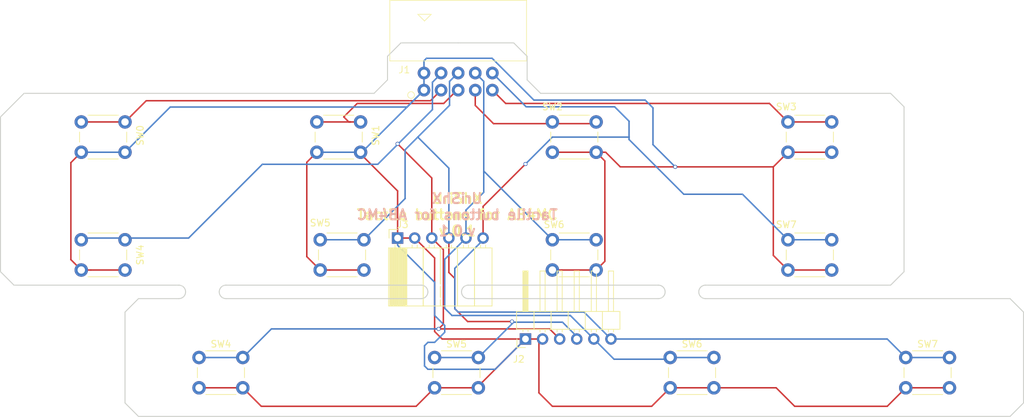
<source format=kicad_pcb>
(kicad_pcb (version 4) (host pcbnew 4.0.7-e2-6376~58~ubuntu16.04.1)

  (general
    (links 61)
    (no_connects 1)
    (area 85.642857 56.5 272.345239 126.575)
    (thickness 1.6)
    (drawings 43)
    (tracks 206)
    (zones 0)
    (modules 32)
    (nets 10)
  )

  (page A4)
  (title_block
    (title "Tactile buttons sub-board for AB4MC")
    (date 2018-08-08)
    (rev 0.1)
    (company URiShX)
  )

  (layers
    (0 F.Cu signal)
    (31 B.Cu signal)
    (32 B.Adhes user)
    (33 F.Adhes user)
    (34 B.Paste user)
    (35 F.Paste user)
    (36 B.SilkS user)
    (37 F.SilkS user)
    (38 B.Mask user)
    (39 F.Mask user)
    (40 Dwgs.User user)
    (41 Cmts.User user)
    (42 Eco1.User user)
    (43 Eco2.User user)
    (44 Edge.Cuts user)
    (45 Margin user)
    (46 B.CrtYd user)
    (47 F.CrtYd user)
    (48 B.Fab user)
    (49 F.Fab user)
  )

  (setup
    (last_trace_width 0.22)
    (user_trace_width 0.275)
    (user_trace_width 0.29)
    (user_trace_width 0.305)
    (user_trace_width 0.32)
    (trace_clearance 0.185)
    (zone_clearance 0.508)
    (zone_45_only no)
    (trace_min 0.1524)
    (segment_width 0.2)
    (edge_width 0.15)
    (via_size 0.6)
    (via_drill 0.4)
    (via_min_size 0.06858)
    (via_min_drill 0.3302)
    (uvia_size 0.3)
    (uvia_drill 0.1)
    (uvias_allowed no)
    (uvia_min_size 0)
    (uvia_min_drill 0)
    (pcb_text_width 0.3)
    (pcb_text_size 1.5 1.5)
    (mod_edge_width 0.15)
    (mod_text_size 1 1)
    (mod_text_width 0.15)
    (pad_size 2 2)
    (pad_drill 1.1)
    (pad_to_mask_clearance 0.0508)
    (aux_axis_origin 0 0)
    (visible_elements FFFFFF7F)
    (pcbplotparams
      (layerselection 0x00030_80000001)
      (usegerberextensions false)
      (excludeedgelayer true)
      (linewidth 0.100000)
      (plotframeref false)
      (viasonmask false)
      (mode 1)
      (useauxorigin false)
      (hpglpennumber 1)
      (hpglpenspeed 20)
      (hpglpendiameter 15)
      (hpglpenoverlay 2)
      (psnegative false)
      (psa4output false)
      (plotreference true)
      (plotvalue true)
      (plotinvisibletext false)
      (padsonsilk false)
      (subtractmaskfromsilk false)
      (outputformat 1)
      (mirror false)
      (drillshape 1)
      (scaleselection 1)
      (outputdirectory ""))
  )

  (net 0 "")
  (net 1 "Net-(J1-Pad3)")
  (net 2 "Net-(J1-Pad4)")
  (net 3 "Net-(J1-Pad5)")
  (net 4 "Net-(J1-Pad6)")
  (net 5 "Net-(J1-Pad7)")
  (net 6 "Net-(J1-Pad8)")
  (net 7 Common_pin)
  (net 8 "Net-(J1-Pad9)")
  (net 9 "Net-(J1-Pad10)")

  (net_class Default "This is the default net class."
    (clearance 0.185)
    (trace_width 0.22)
    (via_dia 0.6)
    (via_drill 0.4)
    (uvia_dia 0.3)
    (uvia_drill 0.1)
    (add_net Common_pin)
    (add_net "Net-(J1-Pad10)")
    (add_net "Net-(J1-Pad3)")
    (add_net "Net-(J1-Pad4)")
    (add_net "Net-(J1-Pad5)")
    (add_net "Net-(J1-Pad6)")
    (add_net "Net-(J1-Pad7)")
    (add_net "Net-(J1-Pad8)")
    (add_net "Net-(J1-Pad9)")
  )

  (net_class Mousebies ""
    (clearance 0.2)
    (trace_width 0.3)
    (via_dia 0.35)
    (via_drill 0.34)
    (uvia_dia 0.1)
    (uvia_drill 0.05)
  )

  (net_class PWR ""
    (clearance 0.25)
    (trace_width 0.25)
    (via_dia 0.75)
    (via_drill 0.5)
    (uvia_dia 0.6858)
    (uvia_drill 0.3302)
  )

  (module MyFootprintLib:2X5-SHROUDED_rightAngle (layer F.Cu) (tedit 5B350C30) (tstamp 5B34F9F0)
    (at 158 77.75 90)
    (descr "PLATED THROUGH HOLE - 2X5 SHROUDED HEADER")
    (tags "PLATED THROUGH HOLE - 2X5 SHROUDED HEADER")
    (path /5B34C019)
    (attr virtual)
    (fp_text reference J1 (at 1.75 -8 180) (layer F.SilkS)
      (effects (font (size 1 1) (thickness 0.127)))
    )
    (fp_text value Conn_02x05_Odd_Even (at -3.75 -1.25 180) (layer F.SilkS) hide
      (effects (font (size 0.6096 0.6096) (thickness 0.127)))
    )
    (fp_line (start 12 10.4) (end 12 -10.4) (layer F.CrtYd) (width 0.1))
    (fp_line (start 12 -10.4) (end -3.6 -10.4) (layer F.CrtYd) (width 0.1))
    (fp_line (start 12 10.4) (end -3.6 10.4) (layer F.CrtYd) (width 0.1))
    (fp_line (start -3.6 10.4) (end -3.6 -10.4) (layer F.CrtYd) (width 0.1))
    (fp_line (start 7.747 4.826) (end 7.747 5.334) (layer F.Fab) (width 0.1))
    (fp_line (start 7.747 5.334) (end 1.27 5.334) (layer F.Fab) (width 0.1))
    (fp_line (start 7.747 4.826) (end 1.27 4.826) (layer F.Fab) (width 0.1))
    (fp_line (start 1.27 4.826) (end 1.27 5.334) (layer F.Fab) (width 0.1))
    (fp_line (start 5.207 4.826) (end 5.207 5.334) (layer F.Fab) (width 0.1))
    (fp_line (start 5.207 5.334) (end -1.27 5.334) (layer F.Fab) (width 0.1))
    (fp_line (start 5.207 4.826) (end -1.27 4.826) (layer F.Fab) (width 0.1))
    (fp_line (start -1.27 4.826) (end -1.27 5.334) (layer F.Fab) (width 0.1))
    (fp_line (start 7.747 2.286) (end 7.747 2.794) (layer F.Fab) (width 0.1))
    (fp_line (start 7.747 2.794) (end 1.27 2.794) (layer F.Fab) (width 0.1))
    (fp_line (start 7.747 2.286) (end 1.27 2.286) (layer F.Fab) (width 0.1))
    (fp_line (start 5.207 2.286) (end 5.207 2.794) (layer F.Fab) (width 0.1))
    (fp_line (start 1.27 2.286) (end 1.27 2.794) (layer F.Fab) (width 0.1))
    (fp_line (start 5.207 2.794) (end -1.27 2.794) (layer F.Fab) (width 0.1))
    (fp_line (start 5.207 2.286) (end -1.27 2.286) (layer F.Fab) (width 0.1))
    (fp_line (start -1.27 2.286) (end -1.27 2.794) (layer F.Fab) (width 0.1))
    (fp_line (start 7.747 -0.254) (end 7.747 0.254) (layer F.Fab) (width 0.1))
    (fp_line (start 7.747 -0.254) (end 1.27 -0.254) (layer F.Fab) (width 0.1))
    (fp_line (start 7.747 0.254) (end 1.27 0.254) (layer F.Fab) (width 0.1))
    (fp_line (start 1.27 -0.254) (end 1.27 0.254) (layer F.Fab) (width 0.1))
    (fp_line (start 5.207 -0.254) (end 5.207 0.254) (layer F.Fab) (width 0.1))
    (fp_line (start 5.207 0.254) (end -1.27 0.254) (layer F.Fab) (width 0.1))
    (fp_line (start 5.207 -0.254) (end -1.27 -0.254) (layer F.Fab) (width 0.1))
    (fp_line (start -1.27 -0.254) (end -1.27 0.254) (layer F.Fab) (width 0.1))
    (fp_line (start 7.747 -2.794) (end 7.747 -2.286) (layer F.Fab) (width 0.1))
    (fp_line (start 7.747 -2.286) (end 1.27 -2.286) (layer F.Fab) (width 0.1))
    (fp_line (start 1.27 -2.794) (end 7.747 -2.794) (layer F.Fab) (width 0.1))
    (fp_line (start 1.27 -2.794) (end 1.27 -2.286) (layer F.Fab) (width 0.1))
    (fp_line (start 5.207 -2.794) (end 5.207 -2.286) (layer F.Fab) (width 0.1))
    (fp_line (start 5.207 -2.286) (end -1.27 -2.286) (layer F.Fab) (width 0.1))
    (fp_line (start -1.27 -2.794) (end 5.207 -2.794) (layer F.Fab) (width 0.1))
    (fp_line (start -1.27 -2.794) (end -1.27 -2.286) (layer F.Fab) (width 0.1))
    (fp_line (start 7.747 -5.334) (end 7.747 -4.826) (layer F.Fab) (width 0.1))
    (fp_line (start 7.747 -4.826) (end 1.27 -4.826) (layer F.Fab) (width 0.1))
    (fp_line (start 1.27 -5.334) (end 7.747 -5.334) (layer F.Fab) (width 0.1))
    (fp_line (start 1.27 -4.826) (end 1.27 -5.08) (layer F.Fab) (width 0.1))
    (fp_line (start 1.27 -5.08) (end 1.27 -5.334) (layer F.Fab) (width 0.1))
    (fp_line (start -1.27 -5.08) (end -1.27 -5.334) (layer F.Fab) (width 0.1))
    (fp_line (start -1.27 -5.334) (end 5.207 -5.334) (layer F.Fab) (width 0.1))
    (fp_line (start 5.207 -5.334) (end 5.207 -4.826) (layer F.Fab) (width 0.1))
    (fp_line (start 5.207 -4.826) (end -1.27 -4.826) (layer F.Fab) (width 0.1))
    (fp_line (start -1.27 -4.826) (end -1.27 -5.08) (layer F.Fab) (width 0.1))
    (fp_line (start 10 -6) (end 9 -5) (layer F.SilkS) (width 0.1))
    (fp_line (start 9 -5) (end 10 -4) (layer F.SilkS) (width 0.1))
    (fp_line (start 10 -4) (end 10 -6) (layer F.SilkS) (width 0.1))
    (fp_line (start 3.07 10.16) (end 12.07 10.16) (layer F.Fab) (width 0.1))
    (fp_line (start 12.07 -10.16) (end 12.07 10.16) (layer F.Fab) (width 0.1))
    (fp_line (start 3.07 10.16) (end 3.07 -10.16) (layer F.Fab) (width 0.1))
    (fp_line (start 3.07 -10.16) (end 12.07 -10.16) (layer F.Fab) (width 0.1))
    (fp_line (start 3.07 -10.16) (end 12.07 -10.16) (layer F.SilkS) (width 0.1))
    (fp_line (start 12.07 -10.16) (end 12.07 10.16) (layer F.SilkS) (width 0.1))
    (fp_line (start 3.07 10.16) (end 12.07 10.16) (layer F.SilkS) (width 0.1))
    (fp_line (start 3.07 10.16) (end 3.07 -10.16) (layer F.SilkS) (width 0.1))
    (fp_circle (center -2 -7) (end -2 -6.5) (layer F.Fab) (width 0.1))
    (fp_circle (center -2 -7) (end -2 -6.5) (layer F.SilkS) (width 0.1))
    (fp_line (start -1.524 -4.826) (end -1.016 -4.826) (layer Dwgs.User) (width 0.06604))
    (fp_line (start -1.016 -4.826) (end -1.016 -5.334) (layer Dwgs.User) (width 0.06604))
    (fp_line (start -1.524 -5.334) (end -1.016 -5.334) (layer Dwgs.User) (width 0.06604))
    (fp_line (start -1.524 -4.826) (end -1.524 -5.334) (layer Dwgs.User) (width 0.06604))
    (fp_line (start 1.016 -4.826) (end 1.524 -4.826) (layer Dwgs.User) (width 0.06604))
    (fp_line (start 1.524 -4.826) (end 1.524 -5.334) (layer Dwgs.User) (width 0.06604))
    (fp_line (start 1.016 -5.334) (end 1.524 -5.334) (layer Dwgs.User) (width 0.06604))
    (fp_line (start 1.016 -4.826) (end 1.016 -5.334) (layer Dwgs.User) (width 0.06604))
    (fp_line (start 1.016 -2.286) (end 1.524 -2.286) (layer Dwgs.User) (width 0.06604))
    (fp_line (start 1.524 -2.286) (end 1.524 -2.794) (layer Dwgs.User) (width 0.06604))
    (fp_line (start 1.016 -2.794) (end 1.524 -2.794) (layer Dwgs.User) (width 0.06604))
    (fp_line (start 1.016 -2.286) (end 1.016 -2.794) (layer Dwgs.User) (width 0.06604))
    (fp_line (start -1.524 -2.286) (end -1.016 -2.286) (layer Dwgs.User) (width 0.06604))
    (fp_line (start -1.016 -2.286) (end -1.016 -2.794) (layer Dwgs.User) (width 0.06604))
    (fp_line (start -1.524 -2.794) (end -1.016 -2.794) (layer Dwgs.User) (width 0.06604))
    (fp_line (start -1.524 -2.286) (end -1.524 -2.794) (layer Dwgs.User) (width 0.06604))
    (fp_line (start 1.016 0.254) (end 1.524 0.254) (layer Dwgs.User) (width 0.06604))
    (fp_line (start 1.524 0.254) (end 1.524 -0.254) (layer Dwgs.User) (width 0.06604))
    (fp_line (start 1.016 -0.254) (end 1.524 -0.254) (layer Dwgs.User) (width 0.06604))
    (fp_line (start 1.016 0.254) (end 1.016 -0.254) (layer Dwgs.User) (width 0.06604))
    (fp_line (start -1.524 0.254) (end -1.016 0.254) (layer Dwgs.User) (width 0.06604))
    (fp_line (start -1.016 0.254) (end -1.016 -0.254) (layer Dwgs.User) (width 0.06604))
    (fp_line (start -1.524 -0.254) (end -1.016 -0.254) (layer Dwgs.User) (width 0.06604))
    (fp_line (start -1.524 0.254) (end -1.524 -0.254) (layer Dwgs.User) (width 0.06604))
    (fp_line (start 1.016 2.794) (end 1.524 2.794) (layer Dwgs.User) (width 0.06604))
    (fp_line (start 1.524 2.794) (end 1.524 2.286) (layer Dwgs.User) (width 0.06604))
    (fp_line (start 1.016 2.286) (end 1.524 2.286) (layer Dwgs.User) (width 0.06604))
    (fp_line (start 1.016 2.794) (end 1.016 2.286) (layer Dwgs.User) (width 0.06604))
    (fp_line (start -1.524 2.794) (end -1.016 2.794) (layer Dwgs.User) (width 0.06604))
    (fp_line (start -1.016 2.794) (end -1.016 2.286) (layer Dwgs.User) (width 0.06604))
    (fp_line (start -1.524 2.286) (end -1.016 2.286) (layer Dwgs.User) (width 0.06604))
    (fp_line (start -1.524 2.794) (end -1.524 2.286) (layer Dwgs.User) (width 0.06604))
    (fp_line (start 1.016 5.334) (end 1.524 5.334) (layer Dwgs.User) (width 0.06604))
    (fp_line (start 1.524 5.334) (end 1.524 4.826) (layer Dwgs.User) (width 0.06604))
    (fp_line (start 1.016 4.826) (end 1.524 4.826) (layer Dwgs.User) (width 0.06604))
    (fp_line (start 1.016 5.334) (end 1.016 4.826) (layer Dwgs.User) (width 0.06604))
    (fp_line (start -1.524 5.334) (end -1.016 5.334) (layer Dwgs.User) (width 0.06604))
    (fp_line (start -1.016 5.334) (end -1.016 4.826) (layer Dwgs.User) (width 0.06604))
    (fp_line (start -1.524 4.826) (end -1.016 4.826) (layer Dwgs.User) (width 0.06604))
    (fp_line (start -1.524 5.334) (end -1.524 4.826) (layer Dwgs.User) (width 0.06604))
    (fp_line (start -1.524 2.794) (end -1.016 2.794) (layer Dwgs.User) (width 0.06604))
    (fp_line (start -1.016 2.794) (end -1.016 2.286) (layer Dwgs.User) (width 0.06604))
    (fp_line (start -1.524 2.286) (end -1.016 2.286) (layer Dwgs.User) (width 0.06604))
    (fp_line (start -1.524 2.794) (end -1.524 2.286) (layer Dwgs.User) (width 0.06604))
    (fp_line (start 1.016 2.794) (end 1.524 2.794) (layer Dwgs.User) (width 0.06604))
    (fp_line (start 1.524 2.794) (end 1.524 2.286) (layer Dwgs.User) (width 0.06604))
    (fp_line (start 1.016 2.286) (end 1.524 2.286) (layer Dwgs.User) (width 0.06604))
    (fp_line (start 1.016 2.794) (end 1.016 2.286) (layer Dwgs.User) (width 0.06604))
    (pad 1 thru_hole circle (at -1.27 -5.08 90) (size 1.8796 1.8796) (drill 1.016) (layers *.Cu *.Mask)
      (net 7 Common_pin) (solder_mask_margin 0.1016))
    (pad 2 thru_hole circle (at 1.27 -5.08 90) (size 1.8796 1.8796) (drill 1.016) (layers *.Cu *.Mask)
      (net 7 Common_pin) (solder_mask_margin 0.1016))
    (pad 3 thru_hole circle (at -1.27 -2.54 90) (size 1.8796 1.8796) (drill 1.016) (layers *.Cu *.Mask)
      (net 1 "Net-(J1-Pad3)") (solder_mask_margin 0.1016))
    (pad 4 thru_hole circle (at 1.27 -2.54 90) (size 1.8796 1.8796) (drill 1.016) (layers *.Cu *.Mask)
      (net 2 "Net-(J1-Pad4)") (solder_mask_margin 0.1016))
    (pad 5 thru_hole circle (at -1.27 0 90) (size 1.8796 1.8796) (drill 1.016) (layers *.Cu *.Mask)
      (net 3 "Net-(J1-Pad5)") (solder_mask_margin 0.1016))
    (pad 6 thru_hole circle (at 1.27 0 90) (size 1.8796 1.8796) (drill 1.016) (layers *.Cu *.Mask)
      (net 4 "Net-(J1-Pad6)") (solder_mask_margin 0.1016))
    (pad 7 thru_hole circle (at -1.27 2.54 90) (size 1.8796 1.8796) (drill 1.016) (layers *.Cu *.Mask)
      (net 5 "Net-(J1-Pad7)") (solder_mask_margin 0.1016))
    (pad 8 thru_hole circle (at 1.27 2.54 90) (size 1.8796 1.8796) (drill 1.016) (layers *.Cu *.Mask)
      (net 6 "Net-(J1-Pad8)") (solder_mask_margin 0.1016))
    (pad 9 thru_hole circle (at -1.27 5.08 90) (size 1.8796 1.8796) (drill 1.016) (layers *.Cu *.Mask)
      (net 8 "Net-(J1-Pad9)") (solder_mask_margin 0.1016))
    (pad 10 thru_hole circle (at 1.27 5.08 90) (size 1.8796 1.8796) (drill 1.016) (layers *.Cu *.Mask)
      (net 9 "Net-(J1-Pad10)") (solder_mask_margin 0.1016))
    (model Connector_IDC.3dshapes/IDC-Header_2x05_P2.54mm_Horizontal.wrl
      (at (xyz -0.05 0.2 0))
      (scale (xyz 1 1 1))
      (rotate (xyz 0 0 0))
    )
  )

  (module Buttons_Switches_THT:SW_PUSH_6mm (layer F.Cu) (tedit 5B6B245A) (tstamp 5B6B0B6C)
    (at 119.5 118.75)
    (descr https://www.omron.com/ecb/products/pdf/en-b3f.pdf)
    (tags "tact sw push 6mm")
    (path /5B6B11CD)
    (fp_text reference SW4 (at 3.25 -2) (layer F.SilkS)
      (effects (font (size 1 1) (thickness 0.15)))
    )
    (fp_text value SW_Push (at 3.75 6.7) (layer F.Fab) hide
      (effects (font (size 1 1) (thickness 0.15)))
    )
    (fp_text user %R (at 3.25 2.25) (layer F.Fab)
      (effects (font (size 1 1) (thickness 0.15)))
    )
    (fp_line (start 3.25 -0.75) (end 6.25 -0.75) (layer F.Fab) (width 0.1))
    (fp_line (start 6.25 -0.75) (end 6.25 5.25) (layer F.Fab) (width 0.1))
    (fp_line (start 6.25 5.25) (end 0.25 5.25) (layer F.Fab) (width 0.1))
    (fp_line (start 0.25 5.25) (end 0.25 -0.75) (layer F.Fab) (width 0.1))
    (fp_line (start 0.25 -0.75) (end 3.25 -0.75) (layer F.Fab) (width 0.1))
    (fp_line (start 7.75 6) (end 8 6) (layer F.CrtYd) (width 0.05))
    (fp_line (start 8 6) (end 8 5.75) (layer F.CrtYd) (width 0.05))
    (fp_line (start 7.75 -1.5) (end 8 -1.5) (layer F.CrtYd) (width 0.05))
    (fp_line (start 8 -1.5) (end 8 -1.25) (layer F.CrtYd) (width 0.05))
    (fp_line (start -1.5 -1.25) (end -1.5 -1.5) (layer F.CrtYd) (width 0.05))
    (fp_line (start -1.5 -1.5) (end -1.25 -1.5) (layer F.CrtYd) (width 0.05))
    (fp_line (start -1.5 5.75) (end -1.5 6) (layer F.CrtYd) (width 0.05))
    (fp_line (start -1.5 6) (end -1.25 6) (layer F.CrtYd) (width 0.05))
    (fp_line (start -1.25 -1.5) (end 7.75 -1.5) (layer F.CrtYd) (width 0.05))
    (fp_line (start -1.5 5.75) (end -1.5 -1.25) (layer F.CrtYd) (width 0.05))
    (fp_line (start 7.75 6) (end -1.25 6) (layer F.CrtYd) (width 0.05))
    (fp_line (start 8 -1.25) (end 8 5.75) (layer F.CrtYd) (width 0.05))
    (fp_line (start 1 5.5) (end 5.5 5.5) (layer F.SilkS) (width 0.12))
    (fp_line (start -0.25 1.5) (end -0.25 3) (layer F.SilkS) (width 0.12))
    (fp_line (start 5.5 -1) (end 1 -1) (layer F.SilkS) (width 0.12))
    (fp_line (start 6.75 3) (end 6.75 1.5) (layer F.SilkS) (width 0.12))
    (fp_circle (center 3.25 2.25) (end 1.25 2.5) (layer F.Fab) (width 0.1))
    (pad 2 thru_hole circle (at 0 4.5 90) (size 2 2) (drill 1.1) (layers *.Cu *.Mask)
      (net 7 Common_pin))
    (pad 1 thru_hole circle (at 0 0 90) (size 2 2) (drill 1.1) (layers *.Cu *.Mask)
      (net 2 "Net-(J1-Pad4)"))
    (pad 2 thru_hole circle (at 6.5 4.5 90) (size 2 2) (drill 1.1) (layers *.Cu *.Mask)
      (net 7 Common_pin))
    (pad 1 thru_hole circle (at 6.5 0 90) (size 2 2) (drill 1.1) (layers *.Cu *.Mask)
      (net 2 "Net-(J1-Pad4)"))
    (model ${KISYS3DMOD}/Buttons_Switches_THT.3dshapes/SW_PUSH_6mm.wrl
      (at (xyz 0.005 0 0))
      (scale (xyz 0.3937 0.3937 0.3937))
      (rotate (xyz 0 0 0))
    )
  )

  (module MyFootprintLib:Mouse_bites (layer F.Cu) (tedit 5B6AE37A) (tstamp 5B6B275D)
    (at 120 109)
    (fp_text reference REF** (at 0 2.9) (layer F.SilkS) hide
      (effects (font (size 1 1) (thickness 0.1)))
    )
    (fp_text value "Mouse bites" (at -0.1 -3.4) (layer F.Fab) hide
      (effects (font (size 1 1) (thickness 0.1)))
    )
    (fp_arc (start 3.5 0) (end 3.5 1) (angle 90) (layer F.CrtYd) (width 0.1))
    (fp_arc (start 3.5 0) (end 2.5 0) (angle 90) (layer F.CrtYd) (width 0.1))
    (fp_arc (start -3.5 0) (end -2.5 0) (angle 90) (layer F.CrtYd) (width 0.1))
    (fp_arc (start -3.5 0) (end -3.5 -1) (angle 90) (layer F.CrtYd) (width 0.1))
    (pad "" np_thru_hole circle (at -2.25 -1) (size 0.35 0.35) (drill 0.35) (layers *.Cu *.Mask))
    (pad "" np_thru_hole circle (at -0.75 -1) (size 0.35 0.35) (drill 0.35) (layers *.Cu *.Mask))
    (pad "" np_thru_hole circle (at 0.75 -1) (size 0.35 0.35) (drill 0.35) (layers *.Cu *.Mask))
    (pad "" np_thru_hole circle (at 2.25 -1) (size 0.35 0.35) (drill 0.35) (layers *.Cu *.Mask))
    (pad "" np_thru_hole circle (at -2.25 1) (size 0.35 0.35) (drill 0.35) (layers *.Cu *.Mask))
    (pad "" np_thru_hole circle (at -0.75 1) (size 0.35 0.35) (drill 0.35) (layers *.Cu *.Mask))
    (pad "" np_thru_hole circle (at 0.75 1) (size 0.35 0.35) (drill 0.35) (layers *.Cu *.Mask))
    (pad "" np_thru_hole circle (at 2.25 1) (size 0.35 0.35) (drill 0.35) (layers *.Cu *.Mask))
  )

  (module MyFootprintLib:Mouse_bites (layer F.Cu) (tedit 5B6AE37A) (tstamp 5B6B274E)
    (at 191.25 109)
    (fp_text reference REF** (at 0 2.9) (layer F.SilkS) hide
      (effects (font (size 1 1) (thickness 0.1)))
    )
    (fp_text value "Mouse bites" (at -0.1 -3.4) (layer F.Fab) hide
      (effects (font (size 1 1) (thickness 0.1)))
    )
    (fp_arc (start 3.5 0) (end 3.5 1) (angle 90) (layer F.CrtYd) (width 0.1))
    (fp_arc (start 3.5 0) (end 2.5 0) (angle 90) (layer F.CrtYd) (width 0.1))
    (fp_arc (start -3.5 0) (end -2.5 0) (angle 90) (layer F.CrtYd) (width 0.1))
    (fp_arc (start -3.5 0) (end -3.5 -1) (angle 90) (layer F.CrtYd) (width 0.1))
    (pad "" np_thru_hole circle (at -2.25 -1) (size 0.35 0.35) (drill 0.35) (layers *.Cu *.Mask))
    (pad "" np_thru_hole circle (at -0.75 -1) (size 0.35 0.35) (drill 0.35) (layers *.Cu *.Mask))
    (pad "" np_thru_hole circle (at 0.75 -1) (size 0.35 0.35) (drill 0.35) (layers *.Cu *.Mask))
    (pad "" np_thru_hole circle (at 2.25 -1) (size 0.35 0.35) (drill 0.35) (layers *.Cu *.Mask))
    (pad "" np_thru_hole circle (at -2.25 1) (size 0.35 0.35) (drill 0.35) (layers *.Cu *.Mask))
    (pad "" np_thru_hole circle (at -0.75 1) (size 0.35 0.35) (drill 0.35) (layers *.Cu *.Mask))
    (pad "" np_thru_hole circle (at 0.75 1) (size 0.35 0.35) (drill 0.35) (layers *.Cu *.Mask))
    (pad "" np_thru_hole circle (at 2.25 1) (size 0.35 0.35) (drill 0.35) (layers *.Cu *.Mask))
  )

  (module Mounting_Holes:MountingHole_3.2mm_M3 (layer F.Cu) (tedit 5B6B0AA6) (tstamp 5B6CDD93)
    (at 210.25 94.25)
    (descr "Mounting Hole 3.2mm, no annular, M3")
    (tags "mounting hole 3.2mm no annular m3")
    (attr virtual)
    (fp_text reference REF** (at 0 -4.2) (layer F.SilkS) hide
      (effects (font (size 1 1) (thickness 0.15)))
    )
    (fp_text value MountingHole_3.2mm_M3 (at 0 4.2) (layer F.Fab) hide
      (effects (font (size 1 1) (thickness 0.15)))
    )
    (fp_text user %R (at 0.3 0) (layer F.Fab)
      (effects (font (size 1 1) (thickness 0.15)))
    )
    (fp_circle (center 0 0) (end 3.2 0) (layer Cmts.User) (width 0.15))
    (fp_circle (center 0 0) (end 3.45 0) (layer F.CrtYd) (width 0.05))
    (pad 1 np_thru_hole circle (at 0 0) (size 3.2 3.2) (drill 3.2) (layers *.Cu *.Mask))
  )

  (module Mounting_Holes:MountingHole_3.2mm_M3 (layer F.Cu) (tedit 5B6B0AA6) (tstamp 5B6CDD8C)
    (at 175.25 94.25)
    (descr "Mounting Hole 3.2mm, no annular, M3")
    (tags "mounting hole 3.2mm no annular m3")
    (attr virtual)
    (fp_text reference REF** (at 0 -4.2) (layer F.SilkS) hide
      (effects (font (size 1 1) (thickness 0.15)))
    )
    (fp_text value MountingHole_3.2mm_M3 (at 0 4.2) (layer F.Fab) hide
      (effects (font (size 1 1) (thickness 0.15)))
    )
    (fp_text user %R (at 0.3 0) (layer F.Fab)
      (effects (font (size 1 1) (thickness 0.15)))
    )
    (fp_circle (center 0 0) (end 3.2 0) (layer Cmts.User) (width 0.15))
    (fp_circle (center 0 0) (end 3.45 0) (layer F.CrtYd) (width 0.05))
    (pad 1 np_thru_hole circle (at 0 0) (size 3.2 3.2) (drill 3.2) (layers *.Cu *.Mask))
  )

  (module Mounting_Holes:MountingHole_3.2mm_M3 (layer F.Cu) (tedit 5B6B0AA6) (tstamp 5B6CDD85)
    (at 140.25 94.25)
    (descr "Mounting Hole 3.2mm, no annular, M3")
    (tags "mounting hole 3.2mm no annular m3")
    (attr virtual)
    (fp_text reference REF** (at 0 -4.2) (layer F.SilkS) hide
      (effects (font (size 1 1) (thickness 0.15)))
    )
    (fp_text value MountingHole_3.2mm_M3 (at 0 4.2) (layer F.Fab) hide
      (effects (font (size 1 1) (thickness 0.15)))
    )
    (fp_text user %R (at 0.3 0) (layer F.Fab)
      (effects (font (size 1 1) (thickness 0.15)))
    )
    (fp_circle (center 0 0) (end 3.2 0) (layer Cmts.User) (width 0.15))
    (fp_circle (center 0 0) (end 3.45 0) (layer F.CrtYd) (width 0.05))
    (pad 1 np_thru_hole circle (at 0 0) (size 3.2 3.2) (drill 3.2) (layers *.Cu *.Mask))
  )

  (module Mounting_Holes:MountingHole_3.2mm_M3 (layer F.Cu) (tedit 5B6B0AA6) (tstamp 5B6CDD77)
    (at 105.25 94.25)
    (descr "Mounting Hole 3.2mm, no annular, M3")
    (tags "mounting hole 3.2mm no annular m3")
    (attr virtual)
    (fp_text reference REF** (at 0 -4.2) (layer F.SilkS) hide
      (effects (font (size 1 1) (thickness 0.15)))
    )
    (fp_text value MountingHole_3.2mm_M3 (at 0 4.2) (layer F.Fab) hide
      (effects (font (size 1 1) (thickness 0.15)))
    )
    (fp_text user %R (at 0.3 0) (layer F.Fab)
      (effects (font (size 1 1) (thickness 0.15)))
    )
    (fp_circle (center 0 0) (end 3.2 0) (layer Cmts.User) (width 0.15))
    (fp_circle (center 0 0) (end 3.45 0) (layer F.CrtYd) (width 0.05))
    (pad 1 np_thru_hole circle (at 0 0) (size 3.2 3.2) (drill 3.2) (layers *.Cu *.Mask))
  )

  (module Mounting_Holes:MountingHole_3.2mm_M3 (layer F.Cu) (tedit 5B6B0AA6) (tstamp 5B6CDD61)
    (at 238 120.75)
    (descr "Mounting Hole 3.2mm, no annular, M3")
    (tags "mounting hole 3.2mm no annular m3")
    (attr virtual)
    (fp_text reference REF** (at 0 -4.2) (layer F.SilkS) hide
      (effects (font (size 1 1) (thickness 0.15)))
    )
    (fp_text value MountingHole_3.2mm_M3 (at 0 4.2) (layer F.Fab) hide
      (effects (font (size 1 1) (thickness 0.15)))
    )
    (fp_text user %R (at 0.3 0) (layer F.Fab)
      (effects (font (size 1 1) (thickness 0.15)))
    )
    (fp_circle (center 0 0) (end 3.2 0) (layer Cmts.User) (width 0.15))
    (fp_circle (center 0 0) (end 3.45 0) (layer F.CrtYd) (width 0.05))
    (pad 1 np_thru_hole circle (at 0 0) (size 3.2 3.2) (drill 3.2) (layers *.Cu *.Mask))
  )

  (module Mounting_Holes:MountingHole_3.2mm_M3 (layer F.Cu) (tedit 5B6B0AA6) (tstamp 5B6CDD5A)
    (at 209.75 121)
    (descr "Mounting Hole 3.2mm, no annular, M3")
    (tags "mounting hole 3.2mm no annular m3")
    (attr virtual)
    (fp_text reference REF** (at 0 -4.2) (layer F.SilkS) hide
      (effects (font (size 1 1) (thickness 0.15)))
    )
    (fp_text value MountingHole_3.2mm_M3 (at 0 4.2) (layer F.Fab) hide
      (effects (font (size 1 1) (thickness 0.15)))
    )
    (fp_text user %R (at 0.3 0) (layer F.Fab)
      (effects (font (size 1 1) (thickness 0.15)))
    )
    (fp_circle (center 0 0) (end 3.2 0) (layer Cmts.User) (width 0.15))
    (fp_circle (center 0 0) (end 3.45 0) (layer F.CrtYd) (width 0.05))
    (pad 1 np_thru_hole circle (at 0 0) (size 3.2 3.2) (drill 3.2) (layers *.Cu *.Mask))
  )

  (module Mounting_Holes:MountingHole_3.2mm_M3 (layer F.Cu) (tedit 5B6B0AA6) (tstamp 5B6CDD53)
    (at 174.75 121)
    (descr "Mounting Hole 3.2mm, no annular, M3")
    (tags "mounting hole 3.2mm no annular m3")
    (attr virtual)
    (fp_text reference REF** (at 0 -4.2) (layer F.SilkS) hide
      (effects (font (size 1 1) (thickness 0.15)))
    )
    (fp_text value MountingHole_3.2mm_M3 (at 0 4.2) (layer F.Fab) hide
      (effects (font (size 1 1) (thickness 0.15)))
    )
    (fp_text user %R (at 0.3 0) (layer F.Fab)
      (effects (font (size 1 1) (thickness 0.15)))
    )
    (fp_circle (center 0 0) (end 3.2 0) (layer Cmts.User) (width 0.15))
    (fp_circle (center 0 0) (end 3.45 0) (layer F.CrtYd) (width 0.05))
    (pad 1 np_thru_hole circle (at 0 0) (size 3.2 3.2) (drill 3.2) (layers *.Cu *.Mask))
  )

  (module Mounting_Holes:MountingHole_3.2mm_M3 (layer F.Cu) (tedit 5B6B0AA6) (tstamp 5B6CDD4C)
    (at 139.75 121)
    (descr "Mounting Hole 3.2mm, no annular, M3")
    (tags "mounting hole 3.2mm no annular m3")
    (attr virtual)
    (fp_text reference REF** (at 0 -4.2) (layer F.SilkS) hide
      (effects (font (size 1 1) (thickness 0.15)))
    )
    (fp_text value MountingHole_3.2mm_M3 (at 0 4.2) (layer F.Fab) hide
      (effects (font (size 1 1) (thickness 0.15)))
    )
    (fp_text user %R (at 0.3 0) (layer F.Fab)
      (effects (font (size 1 1) (thickness 0.15)))
    )
    (fp_circle (center 0 0) (end 3.2 0) (layer Cmts.User) (width 0.15))
    (fp_circle (center 0 0) (end 3.45 0) (layer F.CrtYd) (width 0.05))
    (pad 1 np_thru_hole circle (at 0 0) (size 3.2 3.2) (drill 3.2) (layers *.Cu *.Mask))
  )

  (module Mounting_Holes:MountingHole_3.2mm_M3 (layer F.Cu) (tedit 5B6B0AA6) (tstamp 5B6CDD45)
    (at 112.5 120.75)
    (descr "Mounting Hole 3.2mm, no annular, M3")
    (tags "mounting hole 3.2mm no annular m3")
    (attr virtual)
    (fp_text reference REF** (at 0 -4.2) (layer F.SilkS) hide
      (effects (font (size 1 1) (thickness 0.15)))
    )
    (fp_text value MountingHole_3.2mm_M3 (at 0 4.2) (layer F.Fab) hide
      (effects (font (size 1 1) (thickness 0.15)))
    )
    (fp_text user %R (at 0.3 0) (layer F.Fab)
      (effects (font (size 1 1) (thickness 0.15)))
    )
    (fp_circle (center 0 0) (end 3.2 0) (layer Cmts.User) (width 0.15))
    (fp_circle (center 0 0) (end 3.45 0) (layer F.CrtYd) (width 0.05))
    (pad 1 np_thru_hole circle (at 0 0) (size 3.2 3.2) (drill 3.2) (layers *.Cu *.Mask))
  )

  (module Buttons_Switches_THT:SW_PUSH_6mm (layer F.Cu) (tedit 5B6B249B) (tstamp 5B6B1521)
    (at 207 101.25)
    (descr https://www.omron.com/ecb/products/pdf/en-b3f.pdf)
    (tags "tact sw push 6mm")
    (path /5B6B11BB)
    (fp_text reference SW7 (at -0.25 -2.25 180) (layer F.SilkS)
      (effects (font (size 1 1) (thickness 0.15)))
    )
    (fp_text value SW_Push (at 3.75 6.7) (layer F.Fab) hide
      (effects (font (size 1 1) (thickness 0.15)))
    )
    (fp_text user %R (at 3.25 2.25) (layer F.Fab)
      (effects (font (size 1 1) (thickness 0.15)))
    )
    (fp_line (start 3.25 -0.75) (end 6.25 -0.75) (layer F.Fab) (width 0.1))
    (fp_line (start 6.25 -0.75) (end 6.25 5.25) (layer F.Fab) (width 0.1))
    (fp_line (start 6.25 5.25) (end 0.25 5.25) (layer F.Fab) (width 0.1))
    (fp_line (start 0.25 5.25) (end 0.25 -0.75) (layer F.Fab) (width 0.1))
    (fp_line (start 0.25 -0.75) (end 3.25 -0.75) (layer F.Fab) (width 0.1))
    (fp_line (start 7.75 6) (end 8 6) (layer F.CrtYd) (width 0.05))
    (fp_line (start 8 6) (end 8 5.75) (layer F.CrtYd) (width 0.05))
    (fp_line (start 7.75 -1.5) (end 8 -1.5) (layer F.CrtYd) (width 0.05))
    (fp_line (start 8 -1.5) (end 8 -1.25) (layer F.CrtYd) (width 0.05))
    (fp_line (start -1.5 -1.25) (end -1.5 -1.5) (layer F.CrtYd) (width 0.05))
    (fp_line (start -1.5 -1.5) (end -1.25 -1.5) (layer F.CrtYd) (width 0.05))
    (fp_line (start -1.5 5.75) (end -1.5 6) (layer F.CrtYd) (width 0.05))
    (fp_line (start -1.5 6) (end -1.25 6) (layer F.CrtYd) (width 0.05))
    (fp_line (start -1.25 -1.5) (end 7.75 -1.5) (layer F.CrtYd) (width 0.05))
    (fp_line (start -1.5 5.75) (end -1.5 -1.25) (layer F.CrtYd) (width 0.05))
    (fp_line (start 7.75 6) (end -1.25 6) (layer F.CrtYd) (width 0.05))
    (fp_line (start 8 -1.25) (end 8 5.75) (layer F.CrtYd) (width 0.05))
    (fp_line (start 1 5.5) (end 5.5 5.5) (layer F.SilkS) (width 0.12))
    (fp_line (start -0.25 1.5) (end -0.25 3) (layer F.SilkS) (width 0.12))
    (fp_line (start 5.5 -1) (end 1 -1) (layer F.SilkS) (width 0.12))
    (fp_line (start 6.75 3) (end 6.75 1.5) (layer F.SilkS) (width 0.12))
    (fp_circle (center 3.25 2.25) (end 1.25 2.5) (layer F.Fab) (width 0.1))
    (pad 2 thru_hole circle (at 0 4.5 90) (size 2 2) (drill 1.1) (layers *.Cu *.Mask)
      (net 7 Common_pin))
    (pad 1 thru_hole circle (at 0 0 90) (size 2 2) (drill 1.1) (layers *.Cu *.Mask)
      (net 9 "Net-(J1-Pad10)"))
    (pad 2 thru_hole circle (at 6.5 4.5 90) (size 2 2) (drill 1.1) (layers *.Cu *.Mask)
      (net 7 Common_pin))
    (pad 1 thru_hole circle (at 6.5 0 90) (size 2 2) (drill 1.1) (layers *.Cu *.Mask)
      (net 9 "Net-(J1-Pad10)"))
    (model ${KISYS3DMOD}/Buttons_Switches_THT.3dshapes/SW_PUSH_6mm.wrl
      (at (xyz 0.005 0 0))
      (scale (xyz 0.3937 0.3937 0.3937))
      (rotate (xyz 0 0 0))
    )
  )

  (module Buttons_Switches_THT:SW_PUSH_6mm (layer F.Cu) (tedit 5B6B248A) (tstamp 5B6B140A)
    (at 172 101.25)
    (descr https://www.omron.com/ecb/products/pdf/en-b3f.pdf)
    (tags "tact sw push 6mm")
    (path /5B6B11C1)
    (fp_text reference SW6 (at 0.25 -2.25 180) (layer F.SilkS)
      (effects (font (size 1 1) (thickness 0.15)))
    )
    (fp_text value SW_Push (at 3.75 6.7) (layer F.Fab) hide
      (effects (font (size 1 1) (thickness 0.15)))
    )
    (fp_text user %R (at 3.25 2.25) (layer F.Fab)
      (effects (font (size 1 1) (thickness 0.15)))
    )
    (fp_line (start 3.25 -0.75) (end 6.25 -0.75) (layer F.Fab) (width 0.1))
    (fp_line (start 6.25 -0.75) (end 6.25 5.25) (layer F.Fab) (width 0.1))
    (fp_line (start 6.25 5.25) (end 0.25 5.25) (layer F.Fab) (width 0.1))
    (fp_line (start 0.25 5.25) (end 0.25 -0.75) (layer F.Fab) (width 0.1))
    (fp_line (start 0.25 -0.75) (end 3.25 -0.75) (layer F.Fab) (width 0.1))
    (fp_line (start 7.75 6) (end 8 6) (layer F.CrtYd) (width 0.05))
    (fp_line (start 8 6) (end 8 5.75) (layer F.CrtYd) (width 0.05))
    (fp_line (start 7.75 -1.5) (end 8 -1.5) (layer F.CrtYd) (width 0.05))
    (fp_line (start 8 -1.5) (end 8 -1.25) (layer F.CrtYd) (width 0.05))
    (fp_line (start -1.5 -1.25) (end -1.5 -1.5) (layer F.CrtYd) (width 0.05))
    (fp_line (start -1.5 -1.5) (end -1.25 -1.5) (layer F.CrtYd) (width 0.05))
    (fp_line (start -1.5 5.75) (end -1.5 6) (layer F.CrtYd) (width 0.05))
    (fp_line (start -1.5 6) (end -1.25 6) (layer F.CrtYd) (width 0.05))
    (fp_line (start -1.25 -1.5) (end 7.75 -1.5) (layer F.CrtYd) (width 0.05))
    (fp_line (start -1.5 5.75) (end -1.5 -1.25) (layer F.CrtYd) (width 0.05))
    (fp_line (start 7.75 6) (end -1.25 6) (layer F.CrtYd) (width 0.05))
    (fp_line (start 8 -1.25) (end 8 5.75) (layer F.CrtYd) (width 0.05))
    (fp_line (start 1 5.5) (end 5.5 5.5) (layer F.SilkS) (width 0.12))
    (fp_line (start -0.25 1.5) (end -0.25 3) (layer F.SilkS) (width 0.12))
    (fp_line (start 5.5 -1) (end 1 -1) (layer F.SilkS) (width 0.12))
    (fp_line (start 6.75 3) (end 6.75 1.5) (layer F.SilkS) (width 0.12))
    (fp_circle (center 3.25 2.25) (end 1.25 2.5) (layer F.Fab) (width 0.1))
    (pad 2 thru_hole circle (at 0 4.5 90) (size 2 2) (drill 1.1) (layers *.Cu *.Mask)
      (net 7 Common_pin))
    (pad 1 thru_hole circle (at 0 0 90) (size 2 2) (drill 1.1) (layers *.Cu *.Mask)
      (net 6 "Net-(J1-Pad8)"))
    (pad 2 thru_hole circle (at 6.5 4.5 90) (size 2 2) (drill 1.1) (layers *.Cu *.Mask)
      (net 7 Common_pin))
    (pad 1 thru_hole circle (at 6.5 0 90) (size 2 2) (drill 1.1) (layers *.Cu *.Mask)
      (net 6 "Net-(J1-Pad8)"))
    (model ${KISYS3DMOD}/Buttons_Switches_THT.3dshapes/SW_PUSH_6mm.wrl
      (at (xyz 0.005 0 0))
      (scale (xyz 0.3937 0.3937 0.3937))
      (rotate (xyz 0 0 0))
    )
  )

  (module Buttons_Switches_THT:SW_PUSH_6mm (layer F.Cu) (tedit 5B6B246D) (tstamp 5B6B13EB)
    (at 137.5 101.25)
    (descr https://www.omron.com/ecb/products/pdf/en-b3f.pdf)
    (tags "tact sw push 6mm")
    (path /5B6B11C7)
    (fp_text reference SW5 (at 0 -2.5 180) (layer F.SilkS)
      (effects (font (size 1 1) (thickness 0.15)))
    )
    (fp_text value SW_Push (at 3.75 6.7) (layer F.Fab) hide
      (effects (font (size 1 1) (thickness 0.15)))
    )
    (fp_text user %R (at 3.25 2.25) (layer F.Fab)
      (effects (font (size 1 1) (thickness 0.15)))
    )
    (fp_line (start 3.25 -0.75) (end 6.25 -0.75) (layer F.Fab) (width 0.1))
    (fp_line (start 6.25 -0.75) (end 6.25 5.25) (layer F.Fab) (width 0.1))
    (fp_line (start 6.25 5.25) (end 0.25 5.25) (layer F.Fab) (width 0.1))
    (fp_line (start 0.25 5.25) (end 0.25 -0.75) (layer F.Fab) (width 0.1))
    (fp_line (start 0.25 -0.75) (end 3.25 -0.75) (layer F.Fab) (width 0.1))
    (fp_line (start 7.75 6) (end 8 6) (layer F.CrtYd) (width 0.05))
    (fp_line (start 8 6) (end 8 5.75) (layer F.CrtYd) (width 0.05))
    (fp_line (start 7.75 -1.5) (end 8 -1.5) (layer F.CrtYd) (width 0.05))
    (fp_line (start 8 -1.5) (end 8 -1.25) (layer F.CrtYd) (width 0.05))
    (fp_line (start -1.5 -1.25) (end -1.5 -1.5) (layer F.CrtYd) (width 0.05))
    (fp_line (start -1.5 -1.5) (end -1.25 -1.5) (layer F.CrtYd) (width 0.05))
    (fp_line (start -1.5 5.75) (end -1.5 6) (layer F.CrtYd) (width 0.05))
    (fp_line (start -1.5 6) (end -1.25 6) (layer F.CrtYd) (width 0.05))
    (fp_line (start -1.25 -1.5) (end 7.75 -1.5) (layer F.CrtYd) (width 0.05))
    (fp_line (start -1.5 5.75) (end -1.5 -1.25) (layer F.CrtYd) (width 0.05))
    (fp_line (start 7.75 6) (end -1.25 6) (layer F.CrtYd) (width 0.05))
    (fp_line (start 8 -1.25) (end 8 5.75) (layer F.CrtYd) (width 0.05))
    (fp_line (start 1 5.5) (end 5.5 5.5) (layer F.SilkS) (width 0.12))
    (fp_line (start -0.25 1.5) (end -0.25 3) (layer F.SilkS) (width 0.12))
    (fp_line (start 5.5 -1) (end 1 -1) (layer F.SilkS) (width 0.12))
    (fp_line (start 6.75 3) (end 6.75 1.5) (layer F.SilkS) (width 0.12))
    (fp_circle (center 3.25 2.25) (end 1.25 2.5) (layer F.Fab) (width 0.1))
    (pad 2 thru_hole circle (at 0 4.5 90) (size 2 2) (drill 1.1) (layers *.Cu *.Mask)
      (net 7 Common_pin))
    (pad 1 thru_hole circle (at 0 0 90) (size 2 2) (drill 1.1) (layers *.Cu *.Mask)
      (net 4 "Net-(J1-Pad6)"))
    (pad 2 thru_hole circle (at 6.5 4.5 90) (size 2 2) (drill 1.1) (layers *.Cu *.Mask)
      (net 7 Common_pin))
    (pad 1 thru_hole circle (at 6.5 0 90) (size 2 2) (drill 1.1) (layers *.Cu *.Mask)
      (net 4 "Net-(J1-Pad6)"))
    (model ${KISYS3DMOD}/Buttons_Switches_THT.3dshapes/SW_PUSH_6mm.wrl
      (at (xyz 0.005 0 0))
      (scale (xyz 0.3937 0.3937 0.3937))
      (rotate (xyz 0 0 0))
    )
  )

  (module Mounting_Holes:MountingHole_3.2mm_M3 (layer F.Cu) (tedit 5B6B0AA6) (tstamp 5B6CDD2F)
    (at 220.25 85.75)
    (descr "Mounting Hole 3.2mm, no annular, M3")
    (tags "mounting hole 3.2mm no annular m3")
    (attr virtual)
    (fp_text reference REF** (at 0 -4.2) (layer F.SilkS) hide
      (effects (font (size 1 1) (thickness 0.15)))
    )
    (fp_text value MountingHole_3.2mm_M3 (at 0 4.2) (layer F.Fab) hide
      (effects (font (size 1 1) (thickness 0.15)))
    )
    (fp_text user %R (at 0.3 0) (layer F.Fab)
      (effects (font (size 1 1) (thickness 0.15)))
    )
    (fp_circle (center 0 0) (end 3.2 0) (layer Cmts.User) (width 0.15))
    (fp_circle (center 0 0) (end 3.45 0) (layer F.CrtYd) (width 0.05))
    (pad 1 np_thru_hole circle (at 0 0) (size 3.2 3.2) (drill 3.2) (layers *.Cu *.Mask))
  )

  (module Mounting_Holes:MountingHole_3.2mm_M3 (layer F.Cu) (tedit 5B6B0AA6) (tstamp 5B6CDD28)
    (at 192.75 86)
    (descr "Mounting Hole 3.2mm, no annular, M3")
    (tags "mounting hole 3.2mm no annular m3")
    (attr virtual)
    (fp_text reference REF** (at 0 -4.2) (layer F.SilkS) hide
      (effects (font (size 1 1) (thickness 0.15)))
    )
    (fp_text value MountingHole_3.2mm_M3 (at 0 4.2) (layer F.Fab) hide
      (effects (font (size 1 1) (thickness 0.15)))
    )
    (fp_text user %R (at 0.3 0) (layer F.Fab)
      (effects (font (size 1 1) (thickness 0.15)))
    )
    (fp_circle (center 0 0) (end 3.2 0) (layer Cmts.User) (width 0.15))
    (fp_circle (center 0 0) (end 3.45 0) (layer F.CrtYd) (width 0.05))
    (pad 1 np_thru_hole circle (at 0 0) (size 3.2 3.2) (drill 3.2) (layers *.Cu *.Mask))
  )

  (module Mounting_Holes:MountingHole_3.2mm_M3 (layer F.Cu) (tedit 5B6B0AA6) (tstamp 5B6CDD21)
    (at 157.75 86)
    (descr "Mounting Hole 3.2mm, no annular, M3")
    (tags "mounting hole 3.2mm no annular m3")
    (attr virtual)
    (fp_text reference REF** (at 0 -4.2) (layer F.SilkS) hide
      (effects (font (size 1 1) (thickness 0.15)))
    )
    (fp_text value MountingHole_3.2mm_M3 (at 0 4.2) (layer F.Fab) hide
      (effects (font (size 1 1) (thickness 0.15)))
    )
    (fp_text user %R (at 0.3 0) (layer F.Fab)
      (effects (font (size 1 1) (thickness 0.15)))
    )
    (fp_circle (center 0 0) (end 3.2 0) (layer Cmts.User) (width 0.15))
    (fp_circle (center 0 0) (end 3.45 0) (layer F.CrtYd) (width 0.05))
    (pad 1 np_thru_hole circle (at 0 0) (size 3.2 3.2) (drill 3.2) (layers *.Cu *.Mask))
  )

  (module Mounting_Holes:MountingHole_3.2mm_M3 (layer F.Cu) (tedit 5B6B0AA6) (tstamp 5B6CDCE9)
    (at 95.25 86)
    (descr "Mounting Hole 3.2mm, no annular, M3")
    (tags "mounting hole 3.2mm no annular m3")
    (attr virtual)
    (fp_text reference REF** (at 0 -4.2) (layer F.SilkS) hide
      (effects (font (size 1 1) (thickness 0.15)))
    )
    (fp_text value MountingHole_3.2mm_M3 (at 0 4.2) (layer F.Fab) hide
      (effects (font (size 1 1) (thickness 0.15)))
    )
    (fp_text user %R (at 0.3 0) (layer F.Fab)
      (effects (font (size 1 1) (thickness 0.15)))
    )
    (fp_circle (center 0 0) (end 3.2 0) (layer Cmts.User) (width 0.15))
    (fp_circle (center 0 0) (end 3.45 0) (layer F.CrtYd) (width 0.05))
    (pad 1 np_thru_hole circle (at 0 0) (size 3.2 3.2) (drill 3.2) (layers *.Cu *.Mask))
  )

  (module Buttons_Switches_THT:SW_PUSH_6mm (layer F.Cu) (tedit 5B6B243C) (tstamp 5B6B0ED1)
    (at 102 101.25)
    (descr https://www.omron.com/ecb/products/pdf/en-b3f.pdf)
    (tags "tact sw push 6mm")
    (path /5B6B11CD)
    (fp_text reference SW4 (at 8.75 2.25 90) (layer F.SilkS)
      (effects (font (size 1 1) (thickness 0.15)))
    )
    (fp_text value SW_Push (at 3.75 6.7) (layer F.Fab) hide
      (effects (font (size 1 1) (thickness 0.15)))
    )
    (fp_text user %R (at 3.25 2.25) (layer F.Fab)
      (effects (font (size 1 1) (thickness 0.15)))
    )
    (fp_line (start 3.25 -0.75) (end 6.25 -0.75) (layer F.Fab) (width 0.1))
    (fp_line (start 6.25 -0.75) (end 6.25 5.25) (layer F.Fab) (width 0.1))
    (fp_line (start 6.25 5.25) (end 0.25 5.25) (layer F.Fab) (width 0.1))
    (fp_line (start 0.25 5.25) (end 0.25 -0.75) (layer F.Fab) (width 0.1))
    (fp_line (start 0.25 -0.75) (end 3.25 -0.75) (layer F.Fab) (width 0.1))
    (fp_line (start 7.75 6) (end 8 6) (layer F.CrtYd) (width 0.05))
    (fp_line (start 8 6) (end 8 5.75) (layer F.CrtYd) (width 0.05))
    (fp_line (start 7.75 -1.5) (end 8 -1.5) (layer F.CrtYd) (width 0.05))
    (fp_line (start 8 -1.5) (end 8 -1.25) (layer F.CrtYd) (width 0.05))
    (fp_line (start -1.5 -1.25) (end -1.5 -1.5) (layer F.CrtYd) (width 0.05))
    (fp_line (start -1.5 -1.5) (end -1.25 -1.5) (layer F.CrtYd) (width 0.05))
    (fp_line (start -1.5 5.75) (end -1.5 6) (layer F.CrtYd) (width 0.05))
    (fp_line (start -1.5 6) (end -1.25 6) (layer F.CrtYd) (width 0.05))
    (fp_line (start -1.25 -1.5) (end 7.75 -1.5) (layer F.CrtYd) (width 0.05))
    (fp_line (start -1.5 5.75) (end -1.5 -1.25) (layer F.CrtYd) (width 0.05))
    (fp_line (start 7.75 6) (end -1.25 6) (layer F.CrtYd) (width 0.05))
    (fp_line (start 8 -1.25) (end 8 5.75) (layer F.CrtYd) (width 0.05))
    (fp_line (start 1 5.5) (end 5.5 5.5) (layer F.SilkS) (width 0.12))
    (fp_line (start -0.25 1.5) (end -0.25 3) (layer F.SilkS) (width 0.12))
    (fp_line (start 5.5 -1) (end 1 -1) (layer F.SilkS) (width 0.12))
    (fp_line (start 6.75 3) (end 6.75 1.5) (layer F.SilkS) (width 0.12))
    (fp_circle (center 3.25 2.25) (end 1.25 2.5) (layer F.Fab) (width 0.1))
    (pad 2 thru_hole circle (at 0 4.5 90) (size 2 2) (drill 1.1) (layers *.Cu *.Mask)
      (net 7 Common_pin))
    (pad 1 thru_hole circle (at 0 0 90) (size 2 2) (drill 1.1) (layers *.Cu *.Mask)
      (net 2 "Net-(J1-Pad4)"))
    (pad 2 thru_hole circle (at 6.5 4.5 90) (size 2 2) (drill 1.1) (layers *.Cu *.Mask)
      (net 7 Common_pin))
    (pad 1 thru_hole circle (at 6.5 0 90) (size 2 2) (drill 1.1) (layers *.Cu *.Mask)
      (net 2 "Net-(J1-Pad4)"))
    (model ${KISYS3DMOD}/Buttons_Switches_THT.3dshapes/SW_PUSH_6mm.wrl
      (at (xyz 0.005 0 0))
      (scale (xyz 0.3937 0.3937 0.3937))
      (rotate (xyz 0 0 0))
    )
  )

  (module Socket_Strips:Socket_Strip_Angled_1x06_Pitch2.54mm (layer F.Cu) (tedit 5B6B13E7) (tstamp 5B6ACC05)
    (at 149 101 90)
    (descr "Through hole angled socket strip, 1x06, 2.54mm pitch, 8.51mm socket length, single row")
    (tags "Through hole angled socket strip THT 1x06 2.54mm single row")
    (path /5B34D48B)
    (fp_text reference J3 (at 2 0.75 180) (layer F.SilkS)
      (effects (font (size 1 1) (thickness 0.15)))
    )
    (fp_text value Conn_01x06_Female (at 2 9 180) (layer F.Fab)
      (effects (font (size 1 1) (thickness 0.15)))
    )
    (fp_line (start -1.52 -1.27) (end -1.52 1.27) (layer F.Fab) (width 0.1))
    (fp_line (start -1.52 1.27) (end -10.03 1.27) (layer F.Fab) (width 0.1))
    (fp_line (start -10.03 1.27) (end -10.03 -1.27) (layer F.Fab) (width 0.1))
    (fp_line (start -10.03 -1.27) (end -1.52 -1.27) (layer F.Fab) (width 0.1))
    (fp_line (start 0 -0.32) (end 0 0.32) (layer F.Fab) (width 0.1))
    (fp_line (start 0 0.32) (end -1.52 0.32) (layer F.Fab) (width 0.1))
    (fp_line (start -1.52 0.32) (end -1.52 -0.32) (layer F.Fab) (width 0.1))
    (fp_line (start -1.52 -0.32) (end 0 -0.32) (layer F.Fab) (width 0.1))
    (fp_line (start -1.52 1.27) (end -1.52 3.81) (layer F.Fab) (width 0.1))
    (fp_line (start -1.52 3.81) (end -10.03 3.81) (layer F.Fab) (width 0.1))
    (fp_line (start -10.03 3.81) (end -10.03 1.27) (layer F.Fab) (width 0.1))
    (fp_line (start -10.03 1.27) (end -1.52 1.27) (layer F.Fab) (width 0.1))
    (fp_line (start 0 2.22) (end 0 2.86) (layer F.Fab) (width 0.1))
    (fp_line (start 0 2.86) (end -1.52 2.86) (layer F.Fab) (width 0.1))
    (fp_line (start -1.52 2.86) (end -1.52 2.22) (layer F.Fab) (width 0.1))
    (fp_line (start -1.52 2.22) (end 0 2.22) (layer F.Fab) (width 0.1))
    (fp_line (start -1.52 3.81) (end -1.52 6.35) (layer F.Fab) (width 0.1))
    (fp_line (start -1.52 6.35) (end -10.03 6.35) (layer F.Fab) (width 0.1))
    (fp_line (start -10.03 6.35) (end -10.03 3.81) (layer F.Fab) (width 0.1))
    (fp_line (start -10.03 3.81) (end -1.52 3.81) (layer F.Fab) (width 0.1))
    (fp_line (start 0 4.76) (end 0 5.4) (layer F.Fab) (width 0.1))
    (fp_line (start 0 5.4) (end -1.52 5.4) (layer F.Fab) (width 0.1))
    (fp_line (start -1.52 5.4) (end -1.52 4.76) (layer F.Fab) (width 0.1))
    (fp_line (start -1.52 4.76) (end 0 4.76) (layer F.Fab) (width 0.1))
    (fp_line (start -1.52 6.35) (end -1.52 8.89) (layer F.Fab) (width 0.1))
    (fp_line (start -1.52 8.89) (end -10.03 8.89) (layer F.Fab) (width 0.1))
    (fp_line (start -10.03 8.89) (end -10.03 6.35) (layer F.Fab) (width 0.1))
    (fp_line (start -10.03 6.35) (end -1.52 6.35) (layer F.Fab) (width 0.1))
    (fp_line (start 0 7.3) (end 0 7.94) (layer F.Fab) (width 0.1))
    (fp_line (start 0 7.94) (end -1.52 7.94) (layer F.Fab) (width 0.1))
    (fp_line (start -1.52 7.94) (end -1.52 7.3) (layer F.Fab) (width 0.1))
    (fp_line (start -1.52 7.3) (end 0 7.3) (layer F.Fab) (width 0.1))
    (fp_line (start -1.52 8.89) (end -1.52 11.43) (layer F.Fab) (width 0.1))
    (fp_line (start -1.52 11.43) (end -10.03 11.43) (layer F.Fab) (width 0.1))
    (fp_line (start -10.03 11.43) (end -10.03 8.89) (layer F.Fab) (width 0.1))
    (fp_line (start -10.03 8.89) (end -1.52 8.89) (layer F.Fab) (width 0.1))
    (fp_line (start 0 9.84) (end 0 10.48) (layer F.Fab) (width 0.1))
    (fp_line (start 0 10.48) (end -1.52 10.48) (layer F.Fab) (width 0.1))
    (fp_line (start -1.52 10.48) (end -1.52 9.84) (layer F.Fab) (width 0.1))
    (fp_line (start -1.52 9.84) (end 0 9.84) (layer F.Fab) (width 0.1))
    (fp_line (start -1.52 11.43) (end -1.52 13.97) (layer F.Fab) (width 0.1))
    (fp_line (start -1.52 13.97) (end -10.03 13.97) (layer F.Fab) (width 0.1))
    (fp_line (start -10.03 13.97) (end -10.03 11.43) (layer F.Fab) (width 0.1))
    (fp_line (start -10.03 11.43) (end -1.52 11.43) (layer F.Fab) (width 0.1))
    (fp_line (start 0 12.38) (end 0 13.02) (layer F.Fab) (width 0.1))
    (fp_line (start 0 13.02) (end -1.52 13.02) (layer F.Fab) (width 0.1))
    (fp_line (start -1.52 13.02) (end -1.52 12.38) (layer F.Fab) (width 0.1))
    (fp_line (start -1.52 12.38) (end 0 12.38) (layer F.Fab) (width 0.1))
    (fp_line (start -1.46 -1.33) (end -1.46 1.27) (layer F.SilkS) (width 0.12))
    (fp_line (start -1.46 1.27) (end -10.09 1.27) (layer F.SilkS) (width 0.12))
    (fp_line (start -10.09 1.27) (end -10.09 -1.33) (layer F.SilkS) (width 0.12))
    (fp_line (start -10.09 -1.33) (end -1.46 -1.33) (layer F.SilkS) (width 0.12))
    (fp_line (start -1.03 -0.38) (end -1.46 -0.38) (layer F.SilkS) (width 0.12))
    (fp_line (start -1.03 0.38) (end -1.46 0.38) (layer F.SilkS) (width 0.12))
    (fp_line (start -1.46 -1.15) (end -10.09 -1.15) (layer F.SilkS) (width 0.12))
    (fp_line (start -1.46 -1.03) (end -10.09 -1.03) (layer F.SilkS) (width 0.12))
    (fp_line (start -1.46 -0.91) (end -10.09 -0.91) (layer F.SilkS) (width 0.12))
    (fp_line (start -1.46 -0.79) (end -10.09 -0.79) (layer F.SilkS) (width 0.12))
    (fp_line (start -1.46 -0.67) (end -10.09 -0.67) (layer F.SilkS) (width 0.12))
    (fp_line (start -1.46 -0.55) (end -10.09 -0.55) (layer F.SilkS) (width 0.12))
    (fp_line (start -1.46 -0.43) (end -10.09 -0.43) (layer F.SilkS) (width 0.12))
    (fp_line (start -1.46 -0.31) (end -10.09 -0.31) (layer F.SilkS) (width 0.12))
    (fp_line (start -1.46 -0.19) (end -10.09 -0.19) (layer F.SilkS) (width 0.12))
    (fp_line (start -1.46 -0.07) (end -10.09 -0.07) (layer F.SilkS) (width 0.12))
    (fp_line (start -1.46 0.05) (end -10.09 0.05) (layer F.SilkS) (width 0.12))
    (fp_line (start -1.46 0.17) (end -10.09 0.17) (layer F.SilkS) (width 0.12))
    (fp_line (start -1.46 0.29) (end -10.09 0.29) (layer F.SilkS) (width 0.12))
    (fp_line (start -1.46 0.41) (end -10.09 0.41) (layer F.SilkS) (width 0.12))
    (fp_line (start -1.46 0.53) (end -10.09 0.53) (layer F.SilkS) (width 0.12))
    (fp_line (start -1.46 0.65) (end -10.09 0.65) (layer F.SilkS) (width 0.12))
    (fp_line (start -1.46 0.77) (end -10.09 0.77) (layer F.SilkS) (width 0.12))
    (fp_line (start -1.46 0.89) (end -10.09 0.89) (layer F.SilkS) (width 0.12))
    (fp_line (start -1.46 1.01) (end -10.09 1.01) (layer F.SilkS) (width 0.12))
    (fp_line (start -1.46 1.13) (end -10.09 1.13) (layer F.SilkS) (width 0.12))
    (fp_line (start -1.46 1.25) (end -10.09 1.25) (layer F.SilkS) (width 0.12))
    (fp_line (start -1.46 1.37) (end -10.09 1.37) (layer F.SilkS) (width 0.12))
    (fp_line (start -1.46 1.27) (end -1.46 3.81) (layer F.SilkS) (width 0.12))
    (fp_line (start -1.46 3.81) (end -10.09 3.81) (layer F.SilkS) (width 0.12))
    (fp_line (start -10.09 3.81) (end -10.09 1.27) (layer F.SilkS) (width 0.12))
    (fp_line (start -10.09 1.27) (end -1.46 1.27) (layer F.SilkS) (width 0.12))
    (fp_line (start -1.03 2.16) (end -1.46 2.16) (layer F.SilkS) (width 0.12))
    (fp_line (start -1.03 2.92) (end -1.46 2.92) (layer F.SilkS) (width 0.12))
    (fp_line (start -1.46 3.81) (end -1.46 6.35) (layer F.SilkS) (width 0.12))
    (fp_line (start -1.46 6.35) (end -10.09 6.35) (layer F.SilkS) (width 0.12))
    (fp_line (start -10.09 6.35) (end -10.09 3.81) (layer F.SilkS) (width 0.12))
    (fp_line (start -10.09 3.81) (end -1.46 3.81) (layer F.SilkS) (width 0.12))
    (fp_line (start -1.03 4.7) (end -1.46 4.7) (layer F.SilkS) (width 0.12))
    (fp_line (start -1.03 5.46) (end -1.46 5.46) (layer F.SilkS) (width 0.12))
    (fp_line (start -1.46 6.35) (end -1.46 8.89) (layer F.SilkS) (width 0.12))
    (fp_line (start -1.46 8.89) (end -10.09 8.89) (layer F.SilkS) (width 0.12))
    (fp_line (start -10.09 8.89) (end -10.09 6.35) (layer F.SilkS) (width 0.12))
    (fp_line (start -10.09 6.35) (end -1.46 6.35) (layer F.SilkS) (width 0.12))
    (fp_line (start -1.03 7.24) (end -1.46 7.24) (layer F.SilkS) (width 0.12))
    (fp_line (start -1.03 8) (end -1.46 8) (layer F.SilkS) (width 0.12))
    (fp_line (start -1.46 8.89) (end -1.46 11.43) (layer F.SilkS) (width 0.12))
    (fp_line (start -1.46 11.43) (end -10.09 11.43) (layer F.SilkS) (width 0.12))
    (fp_line (start -10.09 11.43) (end -10.09 8.89) (layer F.SilkS) (width 0.12))
    (fp_line (start -10.09 8.89) (end -1.46 8.89) (layer F.SilkS) (width 0.12))
    (fp_line (start -1.03 9.78) (end -1.46 9.78) (layer F.SilkS) (width 0.12))
    (fp_line (start -1.03 10.54) (end -1.46 10.54) (layer F.SilkS) (width 0.12))
    (fp_line (start -1.46 11.43) (end -1.46 14.03) (layer F.SilkS) (width 0.12))
    (fp_line (start -1.46 14.03) (end -10.09 14.03) (layer F.SilkS) (width 0.12))
    (fp_line (start -10.09 14.03) (end -10.09 11.43) (layer F.SilkS) (width 0.12))
    (fp_line (start -10.09 11.43) (end -1.46 11.43) (layer F.SilkS) (width 0.12))
    (fp_line (start -1.03 12.32) (end -1.46 12.32) (layer F.SilkS) (width 0.12))
    (fp_line (start -1.03 13.08) (end -1.46 13.08) (layer F.SilkS) (width 0.12))
    (fp_line (start 0 -1.27) (end 1.27 -1.27) (layer F.SilkS) (width 0.12))
    (fp_line (start 1.27 -1.27) (end 1.27 0) (layer F.SilkS) (width 0.12))
    (fp_line (start 1.8 -1.8) (end 1.8 14.5) (layer F.CrtYd) (width 0.05))
    (fp_line (start 1.8 14.5) (end -10.55 14.5) (layer F.CrtYd) (width 0.05))
    (fp_line (start -10.55 14.5) (end -10.55 -1.8) (layer F.CrtYd) (width 0.05))
    (fp_line (start -10.55 -1.8) (end 1.8 -1.8) (layer F.CrtYd) (width 0.05))
    (fp_text user %R (at 2 -1 180) (layer F.Fab)
      (effects (font (size 1 1) (thickness 0.15)))
    )
    (pad 1 thru_hole rect (at 0 0 90) (size 1.7 1.7) (drill 1) (layers *.Cu *.Mask)
      (net 7 Common_pin))
    (pad 2 thru_hole oval (at 0 2.54 90) (size 1.7 1.7) (drill 1) (layers *.Cu *.Mask)
      (net 7 Common_pin))
    (pad 3 thru_hole oval (at 0 5.08 90) (size 1.7 1.7) (drill 1) (layers *.Cu *.Mask)
      (net 2 "Net-(J1-Pad4)"))
    (pad 4 thru_hole oval (at 0 7.62 90) (size 1.7 1.7) (drill 1) (layers *.Cu *.Mask)
      (net 4 "Net-(J1-Pad6)"))
    (pad 5 thru_hole oval (at 0 10.16 90) (size 1.7 1.7) (drill 1) (layers *.Cu *.Mask)
      (net 6 "Net-(J1-Pad8)"))
    (pad 6 thru_hole oval (at 0 12.7 90) (size 1.7 1.7) (drill 1) (layers *.Cu *.Mask)
      (net 9 "Net-(J1-Pad10)"))
    (model ${KISYS3DMOD}/Socket_Strips.3dshapes/Socket_Strip_Angled_1x06_Pitch2.54mm.wrl
      (at (xyz 0 -0.25 0))
      (scale (xyz 1 1 1))
      (rotate (xyz 0 0 270))
    )
    (model Connector_PinSocket_2.54mm.3dshapes/PinSocket_1x06_P2.54mm_Horizontal.wrl
      (at (xyz 0 0 0))
      (scale (xyz 1 1 1))
      (rotate (xyz 0 0 0))
    )
  )

  (module Pin_Headers:Pin_Header_Angled_1x06_Pitch2.54mm (layer F.Cu) (tedit 5B6AC8F2) (tstamp 5B6ACB9E)
    (at 168 116 90)
    (descr "Through hole angled pin header, 1x06, 2.54mm pitch, 6mm pin length, single row")
    (tags "Through hole angled pin header THT 1x06 2.54mm single row")
    (path /5B34E201)
    (fp_text reference J2 (at -3 -1 180) (layer F.SilkS)
      (effects (font (size 1 1) (thickness 0.15)))
    )
    (fp_text value Conn_01x06_Male (at -3 6.5 180) (layer F.Fab)
      (effects (font (size 1 1) (thickness 0.15)))
    )
    (fp_line (start 2.135 -1.27) (end 4.04 -1.27) (layer F.Fab) (width 0.1))
    (fp_line (start 4.04 -1.27) (end 4.04 13.97) (layer F.Fab) (width 0.1))
    (fp_line (start 4.04 13.97) (end 1.5 13.97) (layer F.Fab) (width 0.1))
    (fp_line (start 1.5 13.97) (end 1.5 -0.635) (layer F.Fab) (width 0.1))
    (fp_line (start 1.5 -0.635) (end 2.135 -1.27) (layer F.Fab) (width 0.1))
    (fp_line (start -0.32 -0.32) (end 1.5 -0.32) (layer F.Fab) (width 0.1))
    (fp_line (start -0.32 -0.32) (end -0.32 0.32) (layer F.Fab) (width 0.1))
    (fp_line (start -0.32 0.32) (end 1.5 0.32) (layer F.Fab) (width 0.1))
    (fp_line (start 4.04 -0.32) (end 10.04 -0.32) (layer F.Fab) (width 0.1))
    (fp_line (start 10.04 -0.32) (end 10.04 0.32) (layer F.Fab) (width 0.1))
    (fp_line (start 4.04 0.32) (end 10.04 0.32) (layer F.Fab) (width 0.1))
    (fp_line (start -0.32 2.22) (end 1.5 2.22) (layer F.Fab) (width 0.1))
    (fp_line (start -0.32 2.22) (end -0.32 2.86) (layer F.Fab) (width 0.1))
    (fp_line (start -0.32 2.86) (end 1.5 2.86) (layer F.Fab) (width 0.1))
    (fp_line (start 4.04 2.22) (end 10.04 2.22) (layer F.Fab) (width 0.1))
    (fp_line (start 10.04 2.22) (end 10.04 2.86) (layer F.Fab) (width 0.1))
    (fp_line (start 4.04 2.86) (end 10.04 2.86) (layer F.Fab) (width 0.1))
    (fp_line (start -0.32 4.76) (end 1.5 4.76) (layer F.Fab) (width 0.1))
    (fp_line (start -0.32 4.76) (end -0.32 5.4) (layer F.Fab) (width 0.1))
    (fp_line (start -0.32 5.4) (end 1.5 5.4) (layer F.Fab) (width 0.1))
    (fp_line (start 4.04 4.76) (end 10.04 4.76) (layer F.Fab) (width 0.1))
    (fp_line (start 10.04 4.76) (end 10.04 5.4) (layer F.Fab) (width 0.1))
    (fp_line (start 4.04 5.4) (end 10.04 5.4) (layer F.Fab) (width 0.1))
    (fp_line (start -0.32 7.3) (end 1.5 7.3) (layer F.Fab) (width 0.1))
    (fp_line (start -0.32 7.3) (end -0.32 7.94) (layer F.Fab) (width 0.1))
    (fp_line (start -0.32 7.94) (end 1.5 7.94) (layer F.Fab) (width 0.1))
    (fp_line (start 4.04 7.3) (end 10.04 7.3) (layer F.Fab) (width 0.1))
    (fp_line (start 10.04 7.3) (end 10.04 7.94) (layer F.Fab) (width 0.1))
    (fp_line (start 4.04 7.94) (end 10.04 7.94) (layer F.Fab) (width 0.1))
    (fp_line (start -0.32 9.84) (end 1.5 9.84) (layer F.Fab) (width 0.1))
    (fp_line (start -0.32 9.84) (end -0.32 10.48) (layer F.Fab) (width 0.1))
    (fp_line (start -0.32 10.48) (end 1.5 10.48) (layer F.Fab) (width 0.1))
    (fp_line (start 4.04 9.84) (end 10.04 9.84) (layer F.Fab) (width 0.1))
    (fp_line (start 10.04 9.84) (end 10.04 10.48) (layer F.Fab) (width 0.1))
    (fp_line (start 4.04 10.48) (end 10.04 10.48) (layer F.Fab) (width 0.1))
    (fp_line (start -0.32 12.38) (end 1.5 12.38) (layer F.Fab) (width 0.1))
    (fp_line (start -0.32 12.38) (end -0.32 13.02) (layer F.Fab) (width 0.1))
    (fp_line (start -0.32 13.02) (end 1.5 13.02) (layer F.Fab) (width 0.1))
    (fp_line (start 4.04 12.38) (end 10.04 12.38) (layer F.Fab) (width 0.1))
    (fp_line (start 10.04 12.38) (end 10.04 13.02) (layer F.Fab) (width 0.1))
    (fp_line (start 4.04 13.02) (end 10.04 13.02) (layer F.Fab) (width 0.1))
    (fp_line (start 1.44 -1.33) (end 1.44 14.03) (layer F.SilkS) (width 0.12))
    (fp_line (start 1.44 14.03) (end 4.1 14.03) (layer F.SilkS) (width 0.12))
    (fp_line (start 4.1 14.03) (end 4.1 -1.33) (layer F.SilkS) (width 0.12))
    (fp_line (start 4.1 -1.33) (end 1.44 -1.33) (layer F.SilkS) (width 0.12))
    (fp_line (start 4.1 -0.38) (end 10.1 -0.38) (layer F.SilkS) (width 0.12))
    (fp_line (start 10.1 -0.38) (end 10.1 0.38) (layer F.SilkS) (width 0.12))
    (fp_line (start 10.1 0.38) (end 4.1 0.38) (layer F.SilkS) (width 0.12))
    (fp_line (start 4.1 -0.32) (end 10.1 -0.32) (layer F.SilkS) (width 0.12))
    (fp_line (start 4.1 -0.2) (end 10.1 -0.2) (layer F.SilkS) (width 0.12))
    (fp_line (start 4.1 -0.08) (end 10.1 -0.08) (layer F.SilkS) (width 0.12))
    (fp_line (start 4.1 0.04) (end 10.1 0.04) (layer F.SilkS) (width 0.12))
    (fp_line (start 4.1 0.16) (end 10.1 0.16) (layer F.SilkS) (width 0.12))
    (fp_line (start 4.1 0.28) (end 10.1 0.28) (layer F.SilkS) (width 0.12))
    (fp_line (start 1.11 -0.38) (end 1.44 -0.38) (layer F.SilkS) (width 0.12))
    (fp_line (start 1.11 0.38) (end 1.44 0.38) (layer F.SilkS) (width 0.12))
    (fp_line (start 1.44 1.27) (end 4.1 1.27) (layer F.SilkS) (width 0.12))
    (fp_line (start 4.1 2.16) (end 10.1 2.16) (layer F.SilkS) (width 0.12))
    (fp_line (start 10.1 2.16) (end 10.1 2.92) (layer F.SilkS) (width 0.12))
    (fp_line (start 10.1 2.92) (end 4.1 2.92) (layer F.SilkS) (width 0.12))
    (fp_line (start 1.042929 2.16) (end 1.44 2.16) (layer F.SilkS) (width 0.12))
    (fp_line (start 1.042929 2.92) (end 1.44 2.92) (layer F.SilkS) (width 0.12))
    (fp_line (start 1.44 3.81) (end 4.1 3.81) (layer F.SilkS) (width 0.12))
    (fp_line (start 4.1 4.7) (end 10.1 4.7) (layer F.SilkS) (width 0.12))
    (fp_line (start 10.1 4.7) (end 10.1 5.46) (layer F.SilkS) (width 0.12))
    (fp_line (start 10.1 5.46) (end 4.1 5.46) (layer F.SilkS) (width 0.12))
    (fp_line (start 1.042929 4.7) (end 1.44 4.7) (layer F.SilkS) (width 0.12))
    (fp_line (start 1.042929 5.46) (end 1.44 5.46) (layer F.SilkS) (width 0.12))
    (fp_line (start 1.44 6.35) (end 4.1 6.35) (layer F.SilkS) (width 0.12))
    (fp_line (start 4.1 7.24) (end 10.1 7.24) (layer F.SilkS) (width 0.12))
    (fp_line (start 10.1 7.24) (end 10.1 8) (layer F.SilkS) (width 0.12))
    (fp_line (start 10.1 8) (end 4.1 8) (layer F.SilkS) (width 0.12))
    (fp_line (start 1.042929 7.24) (end 1.44 7.24) (layer F.SilkS) (width 0.12))
    (fp_line (start 1.042929 8) (end 1.44 8) (layer F.SilkS) (width 0.12))
    (fp_line (start 1.44 8.89) (end 4.1 8.89) (layer F.SilkS) (width 0.12))
    (fp_line (start 4.1 9.78) (end 10.1 9.78) (layer F.SilkS) (width 0.12))
    (fp_line (start 10.1 9.78) (end 10.1 10.54) (layer F.SilkS) (width 0.12))
    (fp_line (start 10.1 10.54) (end 4.1 10.54) (layer F.SilkS) (width 0.12))
    (fp_line (start 1.042929 9.78) (end 1.44 9.78) (layer F.SilkS) (width 0.12))
    (fp_line (start 1.042929 10.54) (end 1.44 10.54) (layer F.SilkS) (width 0.12))
    (fp_line (start 1.44 11.43) (end 4.1 11.43) (layer F.SilkS) (width 0.12))
    (fp_line (start 4.1 12.32) (end 10.1 12.32) (layer F.SilkS) (width 0.12))
    (fp_line (start 10.1 12.32) (end 10.1 13.08) (layer F.SilkS) (width 0.12))
    (fp_line (start 10.1 13.08) (end 4.1 13.08) (layer F.SilkS) (width 0.12))
    (fp_line (start 1.042929 12.32) (end 1.44 12.32) (layer F.SilkS) (width 0.12))
    (fp_line (start 1.042929 13.08) (end 1.44 13.08) (layer F.SilkS) (width 0.12))
    (fp_line (start -1.27 0) (end -1.27 -1.27) (layer F.SilkS) (width 0.12))
    (fp_line (start -1.27 -1.27) (end 0 -1.27) (layer F.SilkS) (width 0.12))
    (fp_line (start -1.8 -1.8) (end -1.8 14.5) (layer F.CrtYd) (width 0.05))
    (fp_line (start -1.8 14.5) (end 10.55 14.5) (layer F.CrtYd) (width 0.05))
    (fp_line (start 10.55 14.5) (end 10.55 -1.8) (layer F.CrtYd) (width 0.05))
    (fp_line (start 10.55 -1.8) (end -1.8 -1.8) (layer F.CrtYd) (width 0.05))
    (fp_text user %R (at -3 -1 180) (layer F.Fab)
      (effects (font (size 1 1) (thickness 0.15)))
    )
    (pad 1 thru_hole rect (at 0 0 90) (size 1.7 1.7) (drill 1) (layers *.Cu *.Mask)
      (net 7 Common_pin))
    (pad 2 thru_hole oval (at 0 2.54 90) (size 1.7 1.7) (drill 1) (layers *.Cu *.Mask)
      (net 7 Common_pin))
    (pad 3 thru_hole oval (at 0 5.08 90) (size 1.7 1.7) (drill 1) (layers *.Cu *.Mask)
      (net 2 "Net-(J1-Pad4)"))
    (pad 4 thru_hole oval (at 0 7.62 90) (size 1.7 1.7) (drill 1) (layers *.Cu *.Mask)
      (net 4 "Net-(J1-Pad6)"))
    (pad 5 thru_hole oval (at 0 10.16 90) (size 1.7 1.7) (drill 1) (layers *.Cu *.Mask)
      (net 6 "Net-(J1-Pad8)"))
    (pad 6 thru_hole oval (at 0 12.7 90) (size 1.7 1.7) (drill 1) (layers *.Cu *.Mask)
      (net 9 "Net-(J1-Pad10)"))
    (model ${KISYS3DMOD}/Pin_Headers.3dshapes/Pin_Header_Angled_1x06_Pitch2.54mm.wrl
      (at (xyz 0 0 0))
      (scale (xyz 1 1 1))
      (rotate (xyz 0 0 0))
    )
    (model Connector_PinHeader_2.54mm.3dshapes/PinHeader_1x06_P2.54mm_Horizontal.wrl
      (at (xyz 0 0 0))
      (scale (xyz 1 1 1))
      (rotate (xyz 0 0 0))
    )
  )

  (module Buttons_Switches_THT:SW_PUSH_6mm (layer F.Cu) (tedit 5B6B125B) (tstamp 5B6B0AF0)
    (at 102 83.75)
    (descr https://www.omron.com/ecb/products/pdf/en-b3f.pdf)
    (tags "tact sw push 6mm")
    (path /5B6B0DCA)
    (fp_text reference SW0 (at 8.75 2 90) (layer F.SilkS)
      (effects (font (size 1 1) (thickness 0.15)))
    )
    (fp_text value SW_Push (at 3.75 6.7) (layer F.Fab) hide
      (effects (font (size 1 1) (thickness 0.15)))
    )
    (fp_text user %R (at 3.25 2.25) (layer F.Fab)
      (effects (font (size 1 1) (thickness 0.15)))
    )
    (fp_line (start 3.25 -0.75) (end 6.25 -0.75) (layer F.Fab) (width 0.1))
    (fp_line (start 6.25 -0.75) (end 6.25 5.25) (layer F.Fab) (width 0.1))
    (fp_line (start 6.25 5.25) (end 0.25 5.25) (layer F.Fab) (width 0.1))
    (fp_line (start 0.25 5.25) (end 0.25 -0.75) (layer F.Fab) (width 0.1))
    (fp_line (start 0.25 -0.75) (end 3.25 -0.75) (layer F.Fab) (width 0.1))
    (fp_line (start 7.75 6) (end 8 6) (layer F.CrtYd) (width 0.05))
    (fp_line (start 8 6) (end 8 5.75) (layer F.CrtYd) (width 0.05))
    (fp_line (start 7.75 -1.5) (end 8 -1.5) (layer F.CrtYd) (width 0.05))
    (fp_line (start 8 -1.5) (end 8 -1.25) (layer F.CrtYd) (width 0.05))
    (fp_line (start -1.5 -1.25) (end -1.5 -1.5) (layer F.CrtYd) (width 0.05))
    (fp_line (start -1.5 -1.5) (end -1.25 -1.5) (layer F.CrtYd) (width 0.05))
    (fp_line (start -1.5 5.75) (end -1.5 6) (layer F.CrtYd) (width 0.05))
    (fp_line (start -1.5 6) (end -1.25 6) (layer F.CrtYd) (width 0.05))
    (fp_line (start -1.25 -1.5) (end 7.75 -1.5) (layer F.CrtYd) (width 0.05))
    (fp_line (start -1.5 5.75) (end -1.5 -1.25) (layer F.CrtYd) (width 0.05))
    (fp_line (start 7.75 6) (end -1.25 6) (layer F.CrtYd) (width 0.05))
    (fp_line (start 8 -1.25) (end 8 5.75) (layer F.CrtYd) (width 0.05))
    (fp_line (start 1 5.5) (end 5.5 5.5) (layer F.SilkS) (width 0.12))
    (fp_line (start -0.25 1.5) (end -0.25 3) (layer F.SilkS) (width 0.12))
    (fp_line (start 5.5 -1) (end 1 -1) (layer F.SilkS) (width 0.12))
    (fp_line (start 6.75 3) (end 6.75 1.5) (layer F.SilkS) (width 0.12))
    (fp_circle (center 3.25 2.25) (end 1.25 2.5) (layer F.Fab) (width 0.1))
    (pad 2 thru_hole circle (at 0 4.5 90) (size 2 2) (drill 1.1) (layers *.Cu *.Mask)
      (net 7 Common_pin))
    (pad 1 thru_hole circle (at 0 0 90) (size 2 2) (drill 1.1) (layers *.Cu *.Mask)
      (net 1 "Net-(J1-Pad3)"))
    (pad 2 thru_hole circle (at 6.5 4.5 90) (size 2 2) (drill 1.1) (layers *.Cu *.Mask)
      (net 7 Common_pin))
    (pad 1 thru_hole circle (at 6.5 0 90) (size 2 2) (drill 1.1) (layers *.Cu *.Mask)
      (net 1 "Net-(J1-Pad3)"))
    (model ${KISYS3DMOD}/Buttons_Switches_THT.3dshapes/SW_PUSH_6mm.wrl
      (at (xyz 0.005 0 0))
      (scale (xyz 0.3937 0.3937 0.3937))
      (rotate (xyz 0 0 0))
    )
  )

  (module Buttons_Switches_THT:SW_PUSH_6mm (layer F.Cu) (tedit 5B6B13D1) (tstamp 5B6B0B0F)
    (at 137 83.75)
    (descr https://www.omron.com/ecb/products/pdf/en-b3f.pdf)
    (tags "tact sw push 6mm")
    (path /5B6B0D9E)
    (fp_text reference SW1 (at 8.75 2 90) (layer F.SilkS)
      (effects (font (size 1 1) (thickness 0.15)))
    )
    (fp_text value SW_Push (at 3.75 6.7) (layer F.Fab) hide
      (effects (font (size 1 1) (thickness 0.15)))
    )
    (fp_text user %R (at 3.25 2.25) (layer F.Fab)
      (effects (font (size 1 1) (thickness 0.15)))
    )
    (fp_line (start 3.25 -0.75) (end 6.25 -0.75) (layer F.Fab) (width 0.1))
    (fp_line (start 6.25 -0.75) (end 6.25 5.25) (layer F.Fab) (width 0.1))
    (fp_line (start 6.25 5.25) (end 0.25 5.25) (layer F.Fab) (width 0.1))
    (fp_line (start 0.25 5.25) (end 0.25 -0.75) (layer F.Fab) (width 0.1))
    (fp_line (start 0.25 -0.75) (end 3.25 -0.75) (layer F.Fab) (width 0.1))
    (fp_line (start 7.75 6) (end 8 6) (layer F.CrtYd) (width 0.05))
    (fp_line (start 8 6) (end 8 5.75) (layer F.CrtYd) (width 0.05))
    (fp_line (start 7.75 -1.5) (end 8 -1.5) (layer F.CrtYd) (width 0.05))
    (fp_line (start 8 -1.5) (end 8 -1.25) (layer F.CrtYd) (width 0.05))
    (fp_line (start -1.5 -1.25) (end -1.5 -1.5) (layer F.CrtYd) (width 0.05))
    (fp_line (start -1.5 -1.5) (end -1.25 -1.5) (layer F.CrtYd) (width 0.05))
    (fp_line (start -1.5 5.75) (end -1.5 6) (layer F.CrtYd) (width 0.05))
    (fp_line (start -1.5 6) (end -1.25 6) (layer F.CrtYd) (width 0.05))
    (fp_line (start -1.25 -1.5) (end 7.75 -1.5) (layer F.CrtYd) (width 0.05))
    (fp_line (start -1.5 5.75) (end -1.5 -1.25) (layer F.CrtYd) (width 0.05))
    (fp_line (start 7.75 6) (end -1.25 6) (layer F.CrtYd) (width 0.05))
    (fp_line (start 8 -1.25) (end 8 5.75) (layer F.CrtYd) (width 0.05))
    (fp_line (start 1 5.5) (end 5.5 5.5) (layer F.SilkS) (width 0.12))
    (fp_line (start -0.25 1.5) (end -0.25 3) (layer F.SilkS) (width 0.12))
    (fp_line (start 5.5 -1) (end 1 -1) (layer F.SilkS) (width 0.12))
    (fp_line (start 6.75 3) (end 6.75 1.5) (layer F.SilkS) (width 0.12))
    (fp_circle (center 3.25 2.25) (end 1.25 2.5) (layer F.Fab) (width 0.1))
    (pad 2 thru_hole circle (at 0 4.5 90) (size 2 2) (drill 1.1) (layers *.Cu *.Mask)
      (net 7 Common_pin))
    (pad 1 thru_hole circle (at 0 0 90) (size 2 2) (drill 1.1) (layers *.Cu *.Mask)
      (net 3 "Net-(J1-Pad5)"))
    (pad 2 thru_hole circle (at 6.5 4.5 90) (size 2 2) (drill 1.1) (layers *.Cu *.Mask)
      (net 7 Common_pin))
    (pad 1 thru_hole circle (at 6.5 0 90) (size 2 2) (drill 1.1) (layers *.Cu *.Mask)
      (net 3 "Net-(J1-Pad5)"))
    (model ${KISYS3DMOD}/Buttons_Switches_THT.3dshapes/SW_PUSH_6mm.wrl
      (at (xyz 0.005 0 0))
      (scale (xyz 0.3937 0.3937 0.3937))
      (rotate (xyz 0 0 0))
    )
  )

  (module Buttons_Switches_THT:SW_PUSH_6mm (layer F.Cu) (tedit 5B6B1600) (tstamp 5B6B0B2E)
    (at 172 83.75)
    (descr https://www.omron.com/ecb/products/pdf/en-b3f.pdf)
    (tags "tact sw push 6mm")
    (path /5B6B0D57)
    (fp_text reference SW2 (at 0 -2.25 180) (layer F.SilkS)
      (effects (font (size 1 1) (thickness 0.15)))
    )
    (fp_text value SW_Push (at 3.75 6.7) (layer F.Fab) hide
      (effects (font (size 1 1) (thickness 0.15)))
    )
    (fp_text user %R (at 3.25 2.25) (layer F.Fab)
      (effects (font (size 1 1) (thickness 0.15)))
    )
    (fp_line (start 3.25 -0.75) (end 6.25 -0.75) (layer F.Fab) (width 0.1))
    (fp_line (start 6.25 -0.75) (end 6.25 5.25) (layer F.Fab) (width 0.1))
    (fp_line (start 6.25 5.25) (end 0.25 5.25) (layer F.Fab) (width 0.1))
    (fp_line (start 0.25 5.25) (end 0.25 -0.75) (layer F.Fab) (width 0.1))
    (fp_line (start 0.25 -0.75) (end 3.25 -0.75) (layer F.Fab) (width 0.1))
    (fp_line (start 7.75 6) (end 8 6) (layer F.CrtYd) (width 0.05))
    (fp_line (start 8 6) (end 8 5.75) (layer F.CrtYd) (width 0.05))
    (fp_line (start 7.75 -1.5) (end 8 -1.5) (layer F.CrtYd) (width 0.05))
    (fp_line (start 8 -1.5) (end 8 -1.25) (layer F.CrtYd) (width 0.05))
    (fp_line (start -1.5 -1.25) (end -1.5 -1.5) (layer F.CrtYd) (width 0.05))
    (fp_line (start -1.5 -1.5) (end -1.25 -1.5) (layer F.CrtYd) (width 0.05))
    (fp_line (start -1.5 5.75) (end -1.5 6) (layer F.CrtYd) (width 0.05))
    (fp_line (start -1.5 6) (end -1.25 6) (layer F.CrtYd) (width 0.05))
    (fp_line (start -1.25 -1.5) (end 7.75 -1.5) (layer F.CrtYd) (width 0.05))
    (fp_line (start -1.5 5.75) (end -1.5 -1.25) (layer F.CrtYd) (width 0.05))
    (fp_line (start 7.75 6) (end -1.25 6) (layer F.CrtYd) (width 0.05))
    (fp_line (start 8 -1.25) (end 8 5.75) (layer F.CrtYd) (width 0.05))
    (fp_line (start 1 5.5) (end 5.5 5.5) (layer F.SilkS) (width 0.12))
    (fp_line (start -0.25 1.5) (end -0.25 3) (layer F.SilkS) (width 0.12))
    (fp_line (start 5.5 -1) (end 1 -1) (layer F.SilkS) (width 0.12))
    (fp_line (start 6.75 3) (end 6.75 1.5) (layer F.SilkS) (width 0.12))
    (fp_circle (center 3.25 2.25) (end 1.25 2.5) (layer F.Fab) (width 0.1))
    (pad 2 thru_hole circle (at 0 4.5 90) (size 2 2) (drill 1.1) (layers *.Cu *.Mask)
      (net 7 Common_pin))
    (pad 1 thru_hole circle (at 0 0 90) (size 2 2) (drill 1.1) (layers *.Cu *.Mask)
      (net 5 "Net-(J1-Pad7)"))
    (pad 2 thru_hole circle (at 6.5 4.5 90) (size 2 2) (drill 1.1) (layers *.Cu *.Mask)
      (net 7 Common_pin))
    (pad 1 thru_hole circle (at 6.5 0 90) (size 2 2) (drill 1.1) (layers *.Cu *.Mask)
      (net 5 "Net-(J1-Pad7)"))
    (model ${KISYS3DMOD}/Buttons_Switches_THT.3dshapes/SW_PUSH_6mm.wrl
      (at (xyz 0.005 0 0))
      (scale (xyz 0.3937 0.3937 0.3937))
      (rotate (xyz 0 0 0))
    )
  )

  (module Buttons_Switches_THT:SW_PUSH_6mm (layer F.Cu) (tedit 5B6B15DD) (tstamp 5B6B0B4D)
    (at 207 83.75)
    (descr https://www.omron.com/ecb/products/pdf/en-b3f.pdf)
    (tags "tact sw push 6mm")
    (path /5B6B0A9B)
    (fp_text reference SW3 (at -0.25 -2.25 180) (layer F.SilkS)
      (effects (font (size 1 1) (thickness 0.15)))
    )
    (fp_text value SW_Push (at 3.75 6.7) (layer F.Fab) hide
      (effects (font (size 1 1) (thickness 0.15)))
    )
    (fp_text user %R (at 3.25 2.25) (layer F.Fab)
      (effects (font (size 1 1) (thickness 0.15)))
    )
    (fp_line (start 3.25 -0.75) (end 6.25 -0.75) (layer F.Fab) (width 0.1))
    (fp_line (start 6.25 -0.75) (end 6.25 5.25) (layer F.Fab) (width 0.1))
    (fp_line (start 6.25 5.25) (end 0.25 5.25) (layer F.Fab) (width 0.1))
    (fp_line (start 0.25 5.25) (end 0.25 -0.75) (layer F.Fab) (width 0.1))
    (fp_line (start 0.25 -0.75) (end 3.25 -0.75) (layer F.Fab) (width 0.1))
    (fp_line (start 7.75 6) (end 8 6) (layer F.CrtYd) (width 0.05))
    (fp_line (start 8 6) (end 8 5.75) (layer F.CrtYd) (width 0.05))
    (fp_line (start 7.75 -1.5) (end 8 -1.5) (layer F.CrtYd) (width 0.05))
    (fp_line (start 8 -1.5) (end 8 -1.25) (layer F.CrtYd) (width 0.05))
    (fp_line (start -1.5 -1.25) (end -1.5 -1.5) (layer F.CrtYd) (width 0.05))
    (fp_line (start -1.5 -1.5) (end -1.25 -1.5) (layer F.CrtYd) (width 0.05))
    (fp_line (start -1.5 5.75) (end -1.5 6) (layer F.CrtYd) (width 0.05))
    (fp_line (start -1.5 6) (end -1.25 6) (layer F.CrtYd) (width 0.05))
    (fp_line (start -1.25 -1.5) (end 7.75 -1.5) (layer F.CrtYd) (width 0.05))
    (fp_line (start -1.5 5.75) (end -1.5 -1.25) (layer F.CrtYd) (width 0.05))
    (fp_line (start 7.75 6) (end -1.25 6) (layer F.CrtYd) (width 0.05))
    (fp_line (start 8 -1.25) (end 8 5.75) (layer F.CrtYd) (width 0.05))
    (fp_line (start 1 5.5) (end 5.5 5.5) (layer F.SilkS) (width 0.12))
    (fp_line (start -0.25 1.5) (end -0.25 3) (layer F.SilkS) (width 0.12))
    (fp_line (start 5.5 -1) (end 1 -1) (layer F.SilkS) (width 0.12))
    (fp_line (start 6.75 3) (end 6.75 1.5) (layer F.SilkS) (width 0.12))
    (fp_circle (center 3.25 2.25) (end 1.25 2.5) (layer F.Fab) (width 0.1))
    (pad 2 thru_hole circle (at 0 4.5 90) (size 2 2) (drill 1.1) (layers *.Cu *.Mask)
      (net 7 Common_pin))
    (pad 1 thru_hole circle (at 0 0 90) (size 2 2) (drill 1.1) (layers *.Cu *.Mask)
      (net 8 "Net-(J1-Pad9)"))
    (pad 2 thru_hole circle (at 6.5 4.5 90) (size 2 2) (drill 1.1) (layers *.Cu *.Mask)
      (net 7 Common_pin))
    (pad 1 thru_hole circle (at 6.5 0 90) (size 2 2) (drill 1.1) (layers *.Cu *.Mask)
      (net 8 "Net-(J1-Pad9)"))
    (model ${KISYS3DMOD}/Buttons_Switches_THT.3dshapes/SW_PUSH_6mm.wrl
      (at (xyz 0.005 0 0))
      (scale (xyz 0.3937 0.3937 0.3937))
      (rotate (xyz 0 0 0))
    )
  )

  (module Buttons_Switches_THT:SW_PUSH_6mm (layer F.Cu) (tedit 5B6B247B) (tstamp 5B6B0B8B)
    (at 154.5 118.75)
    (descr https://www.omron.com/ecb/products/pdf/en-b3f.pdf)
    (tags "tact sw push 6mm")
    (path /5B6B11C7)
    (fp_text reference SW5 (at 3.25 -2) (layer F.SilkS)
      (effects (font (size 1 1) (thickness 0.15)))
    )
    (fp_text value SW_Push (at 3.75 6.7) (layer F.Fab) hide
      (effects (font (size 1 1) (thickness 0.15)))
    )
    (fp_text user %R (at 3.25 2.25) (layer F.Fab)
      (effects (font (size 1 1) (thickness 0.15)))
    )
    (fp_line (start 3.25 -0.75) (end 6.25 -0.75) (layer F.Fab) (width 0.1))
    (fp_line (start 6.25 -0.75) (end 6.25 5.25) (layer F.Fab) (width 0.1))
    (fp_line (start 6.25 5.25) (end 0.25 5.25) (layer F.Fab) (width 0.1))
    (fp_line (start 0.25 5.25) (end 0.25 -0.75) (layer F.Fab) (width 0.1))
    (fp_line (start 0.25 -0.75) (end 3.25 -0.75) (layer F.Fab) (width 0.1))
    (fp_line (start 7.75 6) (end 8 6) (layer F.CrtYd) (width 0.05))
    (fp_line (start 8 6) (end 8 5.75) (layer F.CrtYd) (width 0.05))
    (fp_line (start 7.75 -1.5) (end 8 -1.5) (layer F.CrtYd) (width 0.05))
    (fp_line (start 8 -1.5) (end 8 -1.25) (layer F.CrtYd) (width 0.05))
    (fp_line (start -1.5 -1.25) (end -1.5 -1.5) (layer F.CrtYd) (width 0.05))
    (fp_line (start -1.5 -1.5) (end -1.25 -1.5) (layer F.CrtYd) (width 0.05))
    (fp_line (start -1.5 5.75) (end -1.5 6) (layer F.CrtYd) (width 0.05))
    (fp_line (start -1.5 6) (end -1.25 6) (layer F.CrtYd) (width 0.05))
    (fp_line (start -1.25 -1.5) (end 7.75 -1.5) (layer F.CrtYd) (width 0.05))
    (fp_line (start -1.5 5.75) (end -1.5 -1.25) (layer F.CrtYd) (width 0.05))
    (fp_line (start 7.75 6) (end -1.25 6) (layer F.CrtYd) (width 0.05))
    (fp_line (start 8 -1.25) (end 8 5.75) (layer F.CrtYd) (width 0.05))
    (fp_line (start 1 5.5) (end 5.5 5.5) (layer F.SilkS) (width 0.12))
    (fp_line (start -0.25 1.5) (end -0.25 3) (layer F.SilkS) (width 0.12))
    (fp_line (start 5.5 -1) (end 1 -1) (layer F.SilkS) (width 0.12))
    (fp_line (start 6.75 3) (end 6.75 1.5) (layer F.SilkS) (width 0.12))
    (fp_circle (center 3.25 2.25) (end 1.25 2.5) (layer F.Fab) (width 0.1))
    (pad 2 thru_hole circle (at 0 4.5 90) (size 2 2) (drill 1.1) (layers *.Cu *.Mask)
      (net 7 Common_pin))
    (pad 1 thru_hole circle (at 0 0 90) (size 2 2) (drill 1.1) (layers *.Cu *.Mask)
      (net 4 "Net-(J1-Pad6)"))
    (pad 2 thru_hole circle (at 6.5 4.5 90) (size 2 2) (drill 1.1) (layers *.Cu *.Mask)
      (net 7 Common_pin))
    (pad 1 thru_hole circle (at 6.5 0 90) (size 2 2) (drill 1.1) (layers *.Cu *.Mask)
      (net 4 "Net-(J1-Pad6)"))
    (model ${KISYS3DMOD}/Buttons_Switches_THT.3dshapes/SW_PUSH_6mm.wrl
      (at (xyz 0.005 0 0))
      (scale (xyz 0.3937 0.3937 0.3937))
      (rotate (xyz 0 0 0))
    )
  )

  (module Buttons_Switches_THT:SW_PUSH_6mm (layer F.Cu) (tedit 5B6B2495) (tstamp 5B6B0BAA)
    (at 189.5 118.75)
    (descr https://www.omron.com/ecb/products/pdf/en-b3f.pdf)
    (tags "tact sw push 6mm")
    (path /5B6B11C1)
    (fp_text reference SW6 (at 3.25 -2) (layer F.SilkS)
      (effects (font (size 1 1) (thickness 0.15)))
    )
    (fp_text value SW_Push (at 3.75 6.7) (layer F.Fab) hide
      (effects (font (size 1 1) (thickness 0.15)))
    )
    (fp_text user %R (at 3.25 2.25) (layer F.Fab)
      (effects (font (size 1 1) (thickness 0.15)))
    )
    (fp_line (start 3.25 -0.75) (end 6.25 -0.75) (layer F.Fab) (width 0.1))
    (fp_line (start 6.25 -0.75) (end 6.25 5.25) (layer F.Fab) (width 0.1))
    (fp_line (start 6.25 5.25) (end 0.25 5.25) (layer F.Fab) (width 0.1))
    (fp_line (start 0.25 5.25) (end 0.25 -0.75) (layer F.Fab) (width 0.1))
    (fp_line (start 0.25 -0.75) (end 3.25 -0.75) (layer F.Fab) (width 0.1))
    (fp_line (start 7.75 6) (end 8 6) (layer F.CrtYd) (width 0.05))
    (fp_line (start 8 6) (end 8 5.75) (layer F.CrtYd) (width 0.05))
    (fp_line (start 7.75 -1.5) (end 8 -1.5) (layer F.CrtYd) (width 0.05))
    (fp_line (start 8 -1.5) (end 8 -1.25) (layer F.CrtYd) (width 0.05))
    (fp_line (start -1.5 -1.25) (end -1.5 -1.5) (layer F.CrtYd) (width 0.05))
    (fp_line (start -1.5 -1.5) (end -1.25 -1.5) (layer F.CrtYd) (width 0.05))
    (fp_line (start -1.5 5.75) (end -1.5 6) (layer F.CrtYd) (width 0.05))
    (fp_line (start -1.5 6) (end -1.25 6) (layer F.CrtYd) (width 0.05))
    (fp_line (start -1.25 -1.5) (end 7.75 -1.5) (layer F.CrtYd) (width 0.05))
    (fp_line (start -1.5 5.75) (end -1.5 -1.25) (layer F.CrtYd) (width 0.05))
    (fp_line (start 7.75 6) (end -1.25 6) (layer F.CrtYd) (width 0.05))
    (fp_line (start 8 -1.25) (end 8 5.75) (layer F.CrtYd) (width 0.05))
    (fp_line (start 1 5.5) (end 5.5 5.5) (layer F.SilkS) (width 0.12))
    (fp_line (start -0.25 1.5) (end -0.25 3) (layer F.SilkS) (width 0.12))
    (fp_line (start 5.5 -1) (end 1 -1) (layer F.SilkS) (width 0.12))
    (fp_line (start 6.75 3) (end 6.75 1.5) (layer F.SilkS) (width 0.12))
    (fp_circle (center 3.25 2.25) (end 1.25 2.5) (layer F.Fab) (width 0.1))
    (pad 2 thru_hole circle (at 0 4.5 90) (size 2 2) (drill 1.1) (layers *.Cu *.Mask)
      (net 7 Common_pin))
    (pad 1 thru_hole circle (at 0 0 90) (size 2 2) (drill 1.1) (layers *.Cu *.Mask)
      (net 6 "Net-(J1-Pad8)"))
    (pad 2 thru_hole circle (at 6.5 4.5 90) (size 2 2) (drill 1.1) (layers *.Cu *.Mask)
      (net 7 Common_pin))
    (pad 1 thru_hole circle (at 6.5 0 90) (size 2 2) (drill 1.1) (layers *.Cu *.Mask)
      (net 6 "Net-(J1-Pad8)"))
    (model ${KISYS3DMOD}/Buttons_Switches_THT.3dshapes/SW_PUSH_6mm.wrl
      (at (xyz 0.005 0 0))
      (scale (xyz 0.3937 0.3937 0.3937))
      (rotate (xyz 0 0 0))
    )
  )

  (module Buttons_Switches_THT:SW_PUSH_6mm (layer F.Cu) (tedit 5B6B24A7) (tstamp 5B6B0BC9)
    (at 224.5 118.75)
    (descr https://www.omron.com/ecb/products/pdf/en-b3f.pdf)
    (tags "tact sw push 6mm")
    (path /5B6B11BB)
    (fp_text reference SW7 (at 3.25 -2) (layer F.SilkS)
      (effects (font (size 1 1) (thickness 0.15)))
    )
    (fp_text value SW_Push (at 3.75 6.7) (layer F.Fab) hide
      (effects (font (size 1 1) (thickness 0.15)))
    )
    (fp_text user %R (at 3.25 2.25) (layer F.Fab)
      (effects (font (size 1 1) (thickness 0.15)))
    )
    (fp_line (start 3.25 -0.75) (end 6.25 -0.75) (layer F.Fab) (width 0.1))
    (fp_line (start 6.25 -0.75) (end 6.25 5.25) (layer F.Fab) (width 0.1))
    (fp_line (start 6.25 5.25) (end 0.25 5.25) (layer F.Fab) (width 0.1))
    (fp_line (start 0.25 5.25) (end 0.25 -0.75) (layer F.Fab) (width 0.1))
    (fp_line (start 0.25 -0.75) (end 3.25 -0.75) (layer F.Fab) (width 0.1))
    (fp_line (start 7.75 6) (end 8 6) (layer F.CrtYd) (width 0.05))
    (fp_line (start 8 6) (end 8 5.75) (layer F.CrtYd) (width 0.05))
    (fp_line (start 7.75 -1.5) (end 8 -1.5) (layer F.CrtYd) (width 0.05))
    (fp_line (start 8 -1.5) (end 8 -1.25) (layer F.CrtYd) (width 0.05))
    (fp_line (start -1.5 -1.25) (end -1.5 -1.5) (layer F.CrtYd) (width 0.05))
    (fp_line (start -1.5 -1.5) (end -1.25 -1.5) (layer F.CrtYd) (width 0.05))
    (fp_line (start -1.5 5.75) (end -1.5 6) (layer F.CrtYd) (width 0.05))
    (fp_line (start -1.5 6) (end -1.25 6) (layer F.CrtYd) (width 0.05))
    (fp_line (start -1.25 -1.5) (end 7.75 -1.5) (layer F.CrtYd) (width 0.05))
    (fp_line (start -1.5 5.75) (end -1.5 -1.25) (layer F.CrtYd) (width 0.05))
    (fp_line (start 7.75 6) (end -1.25 6) (layer F.CrtYd) (width 0.05))
    (fp_line (start 8 -1.25) (end 8 5.75) (layer F.CrtYd) (width 0.05))
    (fp_line (start 1 5.5) (end 5.5 5.5) (layer F.SilkS) (width 0.12))
    (fp_line (start -0.25 1.5) (end -0.25 3) (layer F.SilkS) (width 0.12))
    (fp_line (start 5.5 -1) (end 1 -1) (layer F.SilkS) (width 0.12))
    (fp_line (start 6.75 3) (end 6.75 1.5) (layer F.SilkS) (width 0.12))
    (fp_circle (center 3.25 2.25) (end 1.25 2.5) (layer F.Fab) (width 0.1))
    (pad 2 thru_hole circle (at 0 4.5 90) (size 2 2) (drill 1.1) (layers *.Cu *.Mask)
      (net 7 Common_pin))
    (pad 1 thru_hole circle (at 0 0 90) (size 2 2) (drill 1.1) (layers *.Cu *.Mask)
      (net 9 "Net-(J1-Pad10)"))
    (pad 2 thru_hole circle (at 6.5 4.5 90) (size 2 2) (drill 1.1) (layers *.Cu *.Mask)
      (net 7 Common_pin))
    (pad 1 thru_hole circle (at 6.5 0 90) (size 2 2) (drill 1.1) (layers *.Cu *.Mask)
      (net 9 "Net-(J1-Pad10)"))
    (model ${KISYS3DMOD}/Buttons_Switches_THT.3dshapes/SW_PUSH_6mm.wrl
      (at (xyz 0.005 0 0))
      (scale (xyz 0.3937 0.3937 0.3937))
      (rotate (xyz 0 0 0))
    )
  )

  (module Mounting_Holes:MountingHole_3.2mm_M3 (layer F.Cu) (tedit 5B6B0AA6) (tstamp 5B6B0CC7)
    (at 122.75 86)
    (descr "Mounting Hole 3.2mm, no annular, M3")
    (tags "mounting hole 3.2mm no annular m3")
    (attr virtual)
    (fp_text reference REF** (at 0 -4.2) (layer F.SilkS) hide
      (effects (font (size 1 1) (thickness 0.15)))
    )
    (fp_text value MountingHole_3.2mm_M3 (at 0 4.2) (layer F.Fab) hide
      (effects (font (size 1 1) (thickness 0.15)))
    )
    (fp_text user %R (at 0.3 0) (layer F.Fab)
      (effects (font (size 1 1) (thickness 0.15)))
    )
    (fp_circle (center 0 0) (end 3.2 0) (layer Cmts.User) (width 0.15))
    (fp_circle (center 0 0) (end 3.45 0) (layer F.CrtYd) (width 0.05))
    (pad 1 np_thru_hole circle (at 0 0) (size 3.2 3.2) (drill 3.2) (layers *.Cu *.Mask))
  )

  (module MyFootprintLib:Mouse_bites (layer F.Cu) (tedit 5B6AE37A) (tstamp 5B6B0CD1)
    (at 156 109)
    (fp_text reference REF** (at 0 2.9) (layer F.SilkS) hide
      (effects (font (size 1 1) (thickness 0.1)))
    )
    (fp_text value "Mouse bites" (at -0.1 -3.4) (layer F.Fab) hide
      (effects (font (size 1 1) (thickness 0.1)))
    )
    (fp_arc (start 3.5 0) (end 3.5 1) (angle 90) (layer F.CrtYd) (width 0.1))
    (fp_arc (start 3.5 0) (end 2.5 0) (angle 90) (layer F.CrtYd) (width 0.1))
    (fp_arc (start -3.5 0) (end -2.5 0) (angle 90) (layer F.CrtYd) (width 0.1))
    (fp_arc (start -3.5 0) (end -3.5 -1) (angle 90) (layer F.CrtYd) (width 0.1))
    (pad "" np_thru_hole circle (at -2.25 -1) (size 0.35 0.35) (drill 0.35) (layers *.Cu *.Mask))
    (pad "" np_thru_hole circle (at -0.75 -1) (size 0.35 0.35) (drill 0.35) (layers *.Cu *.Mask))
    (pad "" np_thru_hole circle (at 0.75 -1) (size 0.35 0.35) (drill 0.35) (layers *.Cu *.Mask))
    (pad "" np_thru_hole circle (at 2.25 -1) (size 0.35 0.35) (drill 0.35) (layers *.Cu *.Mask))
    (pad "" np_thru_hole circle (at -2.25 1) (size 0.35 0.35) (drill 0.35) (layers *.Cu *.Mask))
    (pad "" np_thru_hole circle (at -0.75 1) (size 0.35 0.35) (drill 0.35) (layers *.Cu *.Mask))
    (pad "" np_thru_hole circle (at 0.75 1) (size 0.35 0.35) (drill 0.35) (layers *.Cu *.Mask))
    (pad "" np_thru_hole circle (at 2.25 1) (size 0.35 0.35) (drill 0.35) (layers *.Cu *.Mask))
  )

  (gr_line (start 224.25 106) (end 222.25 108) (angle 90) (layer Edge.Cuts) (width 0.15))
  (gr_line (start 194.75 108) (end 222.25 108) (angle 90) (layer Edge.Cuts) (width 0.15))
  (gr_line (start 224.25 81.5) (end 224.25 106) (angle 90) (layer Edge.Cuts) (width 0.15))
  (gr_line (start 222.25 79.5) (end 224.25 81.5) (angle 90) (layer Edge.Cuts) (width 0.15))
  (gr_line (start 170.25 79.5) (end 222.25 79.5) (angle 90) (layer Edge.Cuts) (width 0.15))
  (gr_line (start 168.25 77.5) (end 170.25 79.5) (angle 90) (layer Edge.Cuts) (width 0.15))
  (gr_line (start 168.25 74) (end 168.25 77.5) (angle 90) (layer Edge.Cuts) (width 0.15))
  (gr_line (start 166.25 72) (end 168.25 74) (angle 90) (layer Edge.Cuts) (width 0.15))
  (gr_line (start 158 72) (end 166.25 72) (angle 90) (layer Edge.Cuts) (width 0.15))
  (gr_line (start 240 110) (end 194.75 110) (angle 90) (layer Edge.Cuts) (width 0.15))
  (gr_line (start 242 112) (end 240 110) (angle 90) (layer Edge.Cuts) (width 0.15))
  (gr_line (start 242 125.5) (end 242 112) (angle 90) (layer Edge.Cuts) (width 0.15))
  (gr_line (start 240 127.5) (end 242 125.5) (angle 90) (layer Edge.Cuts) (width 0.15))
  (gr_line (start 110.5 127.5) (end 240 127.5) (angle 90) (layer Edge.Cuts) (width 0.15))
  (gr_line (start 108.5 125.5) (end 110.5 127.5) (angle 90) (layer Edge.Cuts) (width 0.15))
  (gr_line (start 108.5 112) (end 108.5 125.5) (angle 90) (layer Edge.Cuts) (width 0.15))
  (gr_line (start 110.5 110) (end 108.5 112) (angle 90) (layer Edge.Cuts) (width 0.15))
  (gr_line (start 116.5 110) (end 110.5 110) (angle 90) (layer Edge.Cuts) (width 0.15))
  (gr_arc (start 194.75 109) (end 194.75 110) (angle 180) (layer Edge.Cuts) (width 0.15))
  (gr_arc (start 187.75 109) (end 187.75 108) (angle 180) (layer Edge.Cuts) (width 0.15))
  (gr_line (start 159.5 110) (end 187.75 110) (layer Edge.Cuts) (width 0.15))
  (gr_arc (start 159.5 109) (end 159.5 110) (angle 90) (layer Edge.Cuts) (width 0.15))
  (gr_arc (start 159.5 109) (end 158.5 109) (angle 90) (layer Edge.Cuts) (width 0.15))
  (gr_line (start 187.75 108) (end 159.5 108) (layer Edge.Cuts) (width 0.15))
  (gr_arc (start 152.5 109) (end 153.5 109) (angle 90) (layer Edge.Cuts) (width 0.15))
  (gr_arc (start 152.5 109) (end 152.5 108) (angle 90) (layer Edge.Cuts) (width 0.15))
  (gr_line (start 152.5 110) (end 123.5 110) (angle 90) (layer Edge.Cuts) (width 0.15))
  (gr_line (start 123.5 108) (end 152.5 108) (angle 90) (layer Edge.Cuts) (width 0.15))
  (gr_arc (start 123.5 109) (end 123.5 110) (angle 90) (layer Edge.Cuts) (width 0.15))
  (gr_arc (start 123.5 109) (end 122.5 109) (angle 90) (layer Edge.Cuts) (width 0.15))
  (gr_arc (start 116.5 109) (end 117.5 109) (angle 90) (layer Edge.Cuts) (width 0.15))
  (gr_arc (start 116.5 109) (end 116.5 108) (angle 90) (layer Edge.Cuts) (width 0.15))
  (gr_line (start 92 108) (end 116.5 108) (angle 90) (layer Edge.Cuts) (width 0.15))
  (gr_line (start 90 106) (end 92 108) (angle 90) (layer Edge.Cuts) (width 0.15))
  (gr_line (start 90 83) (end 90 106) (angle 90) (layer Edge.Cuts) (width 0.15))
  (gr_line (start 93.5 79.5) (end 90 83) (angle 90) (layer Edge.Cuts) (width 0.15))
  (gr_line (start 145.5 79.5) (end 93.5 79.5) (angle 90) (layer Edge.Cuts) (width 0.15))
  (gr_line (start 147.5 77.5) (end 145.5 79.5) (angle 90) (layer Edge.Cuts) (width 0.15))
  (gr_line (start 147.5 74) (end 147.5 77.5) (angle 90) (layer Edge.Cuts) (width 0.15))
  (gr_line (start 149.5 72) (end 147.5 74) (angle 90) (layer Edge.Cuts) (width 0.15))
  (gr_line (start 158 72) (end 149.5 72) (angle 90) (layer Edge.Cuts) (width 0.15))
  (gr_text "UriShX\nTactile buttons for AB4MC\nv.0.1" (at 157.861 97.536) (layer F.SilkS) (tstamp 5B6AF72B)
    (effects (font (size 1.5 1.5) (thickness 0.3)))
  )
  (gr_text "UriShX\nTactile buttons for AB4MC\nv.0.1" (at 157.861 97.536) (layer B.SilkS)
    (effects (font (size 1.5 1.5) (thickness 0.3)) (justify mirror))
  )

  (segment (start 109.499999 82.750001) (end 108.5 83.75) (width 0.22) (layer F.Cu) (net 1))
  (segment (start 111.65501 80.59499) (end 109.499999 82.750001) (width 0.22) (layer F.Cu) (net 1))
  (segment (start 153.88501 80.59499) (end 111.65501 80.59499) (width 0.22) (layer F.Cu) (net 1))
  (segment (start 155.46 79.02) (end 153.88501 80.59499) (width 0.22) (layer F.Cu) (net 1))
  (segment (start 108.5 83.75) (end 102 83.75) (width 0.22) (layer F.Cu) (net 1) (tstamp 5B6B1C55))
  (segment (start 149 87.093) (end 146.05 90.043) (width 0.22) (layer B.Cu) (net 2))
  (segment (start 146.05 90.043) (end 128.905 90.043) (width 0.22) (layer B.Cu) (net 2))
  (segment (start 128.905 90.043) (end 117.948 101) (width 0.22) (layer B.Cu) (net 2))
  (segment (start 117.948 101) (end 108.5 101) (width 0.22) (layer B.Cu) (net 2))
  (segment (start 108.5 101) (end 108.5 101.25) (width 0.22) (layer B.Cu) (net 2))
  (segment (start 108.5 101) (end 102.25 101) (width 0.22) (layer B.Cu) (net 2))
  (segment (start 102.25 101) (end 102 101.25) (width 0.22) (layer B.Cu) (net 2))
  (segment (start 155.799999 113.795011) (end 155.395009 114.200001) (width 0.22) (layer F.Cu) (net 2))
  (segment (start 155.799999 102.719999) (end 155.799999 113.795011) (width 0.22) (layer F.Cu) (net 2))
  (segment (start 154.670746 114.5) (end 155.09501 114.5) (width 0.22) (layer B.Cu) (net 2))
  (segment (start 171.58 114.5) (end 155.519274 114.5) (width 0.22) (layer F.Cu) (net 2))
  (segment (start 155.395009 114.200001) (end 155.09501 114.5) (width 0.22) (layer F.Cu) (net 2))
  (segment (start 173.08 116) (end 171.58 114.5) (width 0.22) (layer F.Cu) (net 2))
  (segment (start 155.519274 114.5) (end 155.09501 114.5) (width 0.22) (layer F.Cu) (net 2))
  (segment (start 154.08 101) (end 155.799999 102.719999) (width 0.22) (layer F.Cu) (net 2))
  (segment (start 130.25 114.5) (end 154.670746 114.5) (width 0.22) (layer B.Cu) (net 2))
  (segment (start 126 118.75) (end 130.25 114.5) (width 0.22) (layer B.Cu) (net 2))
  (via (at 155.09501 114.5) (size 0.6) (drill 0.4) (layers F.Cu B.Cu) (net 2))
  (segment (start 119.5 118.75) (end 120.914213 118.75) (width 0.22) (layer B.Cu) (net 2))
  (segment (start 120.914213 118.75) (end 126 118.75) (width 0.22) (layer B.Cu) (net 2))
  (segment (start 154.08 101) (end 154.08 92.08) (width 0.22) (layer F.Cu) (net 2))
  (via (at 149 87) (size 0.6) (drill 0.4) (layers F.Cu B.Cu) (net 2))
  (segment (start 154.08 92.08) (end 149 87) (width 0.22) (layer F.Cu) (net 2) (tstamp 5B6B269C))
  (segment (start 149 87) (end 149.0465 87.0465) (width 0.22) (layer B.Cu) (net 2) (tstamp 5B6B269F))
  (segment (start 149.0465 87.0465) (end 149 87) (width 0.22) (layer B.Cu) (net 2) (tstamp 5B6B26A0))
  (segment (start 149 87) (end 149 87.093) (width 0.22) (layer B.Cu) (net 2) (tstamp 5B6B26A2))
  (segment (start 155.46 76.48) (end 155.46 76.569) (width 0.22) (layer B.Cu) (net 2))
  (segment (start 155.46 76.569) (end 154.178 77.851) (width 0.22) (layer B.Cu) (net 2))
  (segment (start 154.178 77.851) (end 154.178 81.915) (width 0.22) (layer B.Cu) (net 2))
  (segment (start 154.178 81.915) (end 149 87.093) (width 0.22) (layer B.Cu) (net 2))
  (segment (start 142 83.75) (end 143.5 83.75) (width 0.22) (layer F.Cu) (net 3))
  (segment (start 141.75 83.75) (end 142 83.75) (width 0.22) (layer F.Cu) (net 3))
  (segment (start 142 83.75) (end 137 83.75) (width 0.22) (layer F.Cu) (net 3))
  (segment (start 141 83) (end 141.75 83.75) (width 0.22) (layer F.Cu) (net 3))
  (segment (start 158 79.02) (end 157.835 79.02) (width 0.22) (layer F.Cu) (net 3))
  (segment (start 157.835 79.02) (end 155.855 81) (width 0.22) (layer F.Cu) (net 3))
  (segment (start 155.855 81) (end 143 81) (width 0.22) (layer F.Cu) (net 3))
  (segment (start 143 81) (end 141 83) (width 0.22) (layer F.Cu) (net 3))
  (segment (start 156.62 101) (end 156.62 106.12) (width 0.22) (layer F.Cu) (net 4))
  (segment (start 156.62 106.12) (end 157.5 107) (width 0.22) (layer F.Cu) (net 4))
  (segment (start 157.5 107) (end 157.5 111.5) (width 0.22) (layer F.Cu) (net 4))
  (segment (start 157.5 111.5) (end 159.405 113.405) (width 0.22) (layer F.Cu) (net 4))
  (segment (start 159.405 113.405) (end 166 113.405) (width 0.22) (layer F.Cu) (net 4))
  (segment (start 166 113.405) (end 166.155 113.405) (width 0.22) (layer B.Cu) (net 4))
  (segment (start 166.155 113.405) (end 166.25 113.5) (width 0.22) (layer B.Cu) (net 4))
  (via (at 166 113.405) (size 0.6) (drill 0.4) (layers F.Cu B.Cu) (net 4))
  (segment (start 166.5 113.5) (end 173.5 113.5) (width 0.22) (layer B.Cu) (net 4))
  (segment (start 173.5 113.5) (end 175.62 115.62) (width 0.22) (layer B.Cu) (net 4))
  (segment (start 175.62 115.62) (end 175.62 116) (width 0.22) (layer B.Cu) (net 4))
  (segment (start 166.5 113.5) (end 166.25 113.5) (width 0.22) (layer B.Cu) (net 4))
  (segment (start 166.25 113.5) (end 161 118.75) (width 0.22) (layer B.Cu) (net 4))
  (segment (start 156.718 81.282) (end 152 86) (width 0.22) (layer B.Cu) (net 4))
  (segment (start 152 86) (end 150.114 87.886) (width 0.22) (layer B.Cu) (net 4))
  (segment (start 156.62 90.62) (end 152 86) (width 0.22) (layer B.Cu) (net 4))
  (segment (start 156.62 101) (end 156.62 90.62) (width 0.22) (layer B.Cu) (net 4))
  (segment (start 158 76.48) (end 157.962 76.48) (width 0.22) (layer B.Cu) (net 4))
  (segment (start 157.962 76.48) (end 156.718 77.724) (width 0.22) (layer B.Cu) (net 4))
  (segment (start 156.718 77.724) (end 156.718 81.282) (width 0.22) (layer B.Cu) (net 4))
  (segment (start 150.114 87.886) (end 150.114 95.136) (width 0.22) (layer B.Cu) (net 4))
  (segment (start 150.114 95.136) (end 144 101.25) (width 0.22) (layer B.Cu) (net 4))
  (segment (start 161 118.75) (end 154.5 118.75) (width 0.22) (layer B.Cu) (net 4) (tstamp 5B6B2656))
  (segment (start 144 101.25) (end 137.5 101.25) (width 0.22) (layer B.Cu) (net 4) (tstamp 5B6B1CA3))
  (segment (start 160.54 79.02) (end 160.54 81.292) (width 0.22) (layer F.Cu) (net 5))
  (segment (start 160.54 81.292) (end 163.248 84) (width 0.22) (layer F.Cu) (net 5))
  (segment (start 163.248 84) (end 172 84) (width 0.22) (layer F.Cu) (net 5))
  (segment (start 172 84) (end 172 83.75) (width 0.22) (layer F.Cu) (net 5))
  (segment (start 172 83.5) (end 172.5 84) (width 0.22) (layer F.Cu) (net 5))
  (segment (start 172.5 84) (end 178.25 84) (width 0.22) (layer F.Cu) (net 5))
  (segment (start 178.25 84) (end 178.5 83.75) (width 0.22) (layer F.Cu) (net 5))
  (segment (start 158.310001 101.849999) (end 159.16 101) (width 0.22) (layer B.Cu) (net 6))
  (segment (start 156 104.16) (end 158.310001 101.849999) (width 0.22) (layer B.Cu) (net 6))
  (segment (start 156 111.427228) (end 156 104.16) (width 0.22) (layer B.Cu) (net 6))
  (segment (start 157.077783 112.505011) (end 156 111.427228) (width 0.22) (layer B.Cu) (net 6))
  (segment (start 174.665011 112.505011) (end 157.077783 112.505011) (width 0.22) (layer B.Cu) (net 6))
  (segment (start 178.16 116) (end 174.665011 112.505011) (width 0.22) (layer B.Cu) (net 6))
  (segment (start 161.798 91.125) (end 161.798 94.202) (width 0.22) (layer B.Cu) (net 6))
  (segment (start 159.16 96.84) (end 159.16 101) (width 0.22) (layer B.Cu) (net 6) (tstamp 5B6B26C3))
  (segment (start 161.798 94.202) (end 159.16 96.84) (width 0.22) (layer B.Cu) (net 6) (tstamp 5B6B26C1))
  (segment (start 196 118.75) (end 189.5 118.75) (width 0.22) (layer B.Cu) (net 6))
  (segment (start 189.5 118.75) (end 189.25 119) (width 0.22) (layer B.Cu) (net 6) (tstamp 5B6B2665))
  (segment (start 189.25 119) (end 181.16 119) (width 0.22) (layer B.Cu) (net 6) (tstamp 5B6B2666))
  (segment (start 181.16 119) (end 178.16 116) (width 0.22) (layer B.Cu) (net 6) (tstamp 5B6B2667))
  (segment (start 160.54 76.48) (end 160.554 76.48) (width 0.22) (layer B.Cu) (net 6))
  (segment (start 160.554 76.48) (end 161.798 77.724) (width 0.22) (layer B.Cu) (net 6) (tstamp 5B6B1CB8))
  (segment (start 161.798 77.724) (end 161.798 91.125) (width 0.22) (layer B.Cu) (net 6) (tstamp 5B6B1CB9))
  (segment (start 161.798 91.125) (end 161.798 91.048) (width 0.22) (layer B.Cu) (net 6) (tstamp 5B6B26BF))
  (segment (start 161.798 91.048) (end 172 101.25) (width 0.22) (layer B.Cu) (net 6) (tstamp 5B6B1CBB))
  (segment (start 172 101.25) (end 178.5 101.25) (width 0.22) (layer B.Cu) (net 6) (tstamp 5B6B1CBD))
  (segment (start 152.92 76.48) (end 152.92 74.664) (width 0.22) (layer B.Cu) (net 7))
  (segment (start 152.92 74.664) (end 153.289 74.295) (width 0.22) (layer B.Cu) (net 7))
  (segment (start 153.289 74.295) (end 163.045 74.295) (width 0.22) (layer B.Cu) (net 7))
  (segment (start 163.045 74.295) (end 169.25 80.5) (width 0.22) (layer B.Cu) (net 7))
  (segment (start 169.25 80.5) (end 185.783 80.5) (width 0.22) (layer B.Cu) (net 7))
  (segment (start 186.944 81.661) (end 186.944 87.122) (width 0.22) (layer B.Cu) (net 7))
  (segment (start 185.783 80.5) (end 186.944 81.661) (width 0.22) (layer B.Cu) (net 7))
  (segment (start 186.944 87.122) (end 190.246 90.424) (width 0.22) (layer B.Cu) (net 7))
  (segment (start 149 101) (end 149 102.07) (width 0.22) (layer B.Cu) (net 7))
  (segment (start 149 102.07) (end 154.5 107.57) (width 0.22) (layer B.Cu) (net 7))
  (segment (start 154.5 107.57) (end 154.5 112.5) (width 0.22) (layer B.Cu) (net 7))
  (segment (start 154.5 112.5) (end 156 114) (width 0.22) (layer B.Cu) (net 7))
  (segment (start 156 114) (end 156 115) (width 0.22) (layer B.Cu) (net 7))
  (segment (start 156 115) (end 154.5 116.5) (width 0.22) (layer B.Cu) (net 7))
  (segment (start 154.5 116.5) (end 153.5 116.5) (width 0.22) (layer B.Cu) (net 7))
  (segment (start 153.5 116.5) (end 153 117) (width 0.22) (layer B.Cu) (net 7))
  (segment (start 163.5 120.5) (end 168 116) (width 0.22) (layer B.Cu) (net 7))
  (segment (start 153 117) (end 153 120) (width 0.22) (layer B.Cu) (net 7))
  (segment (start 153.5 120.5) (end 163.5 120.5) (width 0.22) (layer B.Cu) (net 7))
  (segment (start 153 120) (end 153.5 120.5) (width 0.22) (layer B.Cu) (net 7))
  (segment (start 154.5 103.96) (end 154.5 114.880602) (width 0.22) (layer F.Cu) (net 7))
  (segment (start 155.619398 116) (end 166.93 116) (width 0.22) (layer F.Cu) (net 7))
  (segment (start 151.54 101) (end 154.5 103.96) (width 0.22) (layer F.Cu) (net 7))
  (segment (start 154.5 114.880602) (end 155.619398 116) (width 0.22) (layer F.Cu) (net 7))
  (segment (start 166.93 116) (end 168 116) (width 0.22) (layer F.Cu) (net 7))
  (segment (start 160.75 123.25) (end 168 116) (width 0.22) (layer F.Cu) (net 7) (tstamp 5B6B2496))
  (segment (start 151.54 101) (end 149 101) (width 0.22) (layer F.Cu) (net 7))
  (segment (start 143.5 88.25) (end 143.5 88.5) (width 0.22) (layer F.Cu) (net 7))
  (segment (start 143.5 88.5) (end 149 94) (width 0.22) (layer F.Cu) (net 7) (tstamp 5B6B24BD))
  (segment (start 149 94) (end 149 101) (width 0.22) (layer F.Cu) (net 7) (tstamp 5B6B24BE))
  (segment (start 119.5 123.25) (end 126 123.25) (width 0.22) (layer F.Cu) (net 7))
  (segment (start 126 123.25) (end 128.75 126) (width 0.22) (layer F.Cu) (net 7) (tstamp 5B6B248F))
  (segment (start 128.75 126) (end 151.75 126) (width 0.22) (layer F.Cu) (net 7) (tstamp 5B6B2490))
  (segment (start 151.75 126) (end 154.5 123.25) (width 0.22) (layer F.Cu) (net 7) (tstamp 5B6B2492))
  (segment (start 154.5 123.25) (end 160.75 123.25) (width 0.22) (layer F.Cu) (net 7) (tstamp 5B6B2494))
  (segment (start 168 116) (end 170.54 116) (width 0.22) (layer F.Cu) (net 7) (tstamp 5B6B2498))
  (segment (start 170.54 116) (end 170 116.54) (width 0.22) (layer F.Cu) (net 7) (tstamp 5B6B249A))
  (segment (start 170 116.54) (end 170 124) (width 0.22) (layer F.Cu) (net 7) (tstamp 5B6B249B))
  (segment (start 170 124) (end 172 126) (width 0.22) (layer F.Cu) (net 7) (tstamp 5B6B249C))
  (segment (start 172 126) (end 186.75 126) (width 0.22) (layer F.Cu) (net 7) (tstamp 5B6B249E))
  (segment (start 186.75 126) (end 189.5 123.25) (width 0.22) (layer F.Cu) (net 7) (tstamp 5B6B24A0))
  (segment (start 189.5 123.25) (end 205.25 123.25) (width 0.22) (layer F.Cu) (net 7) (tstamp 5B6B24A2))
  (segment (start 205.25 123.25) (end 208 126) (width 0.22) (layer F.Cu) (net 7) (tstamp 5B6B24A4))
  (segment (start 208 126) (end 221.75 126) (width 0.22) (layer F.Cu) (net 7) (tstamp 5B6B24A6))
  (segment (start 221.75 126) (end 224.5 123.25) (width 0.22) (layer F.Cu) (net 7) (tstamp 5B6B24A8))
  (segment (start 224.5 123.25) (end 231 123.25) (width 0.22) (layer F.Cu) (net 7) (tstamp 5B6B24AA))
  (via (at 190.246 90.424) (size 0.6) (drill 0.4) (layers F.Cu B.Cu) (net 7))
  (segment (start 207 105.75) (end 213.5 105.75) (width 0.22) (layer F.Cu) (net 7))
  (segment (start 204.826 90.424) (end 204.826 103.576) (width 0.22) (layer F.Cu) (net 7))
  (segment (start 204.826 103.576) (end 207 105.75) (width 0.22) (layer F.Cu) (net 7))
  (segment (start 207 88.25) (end 208.414213 88.25) (width 0.22) (layer F.Cu) (net 7))
  (segment (start 208.414213 88.25) (end 213.5 88.25) (width 0.22) (layer F.Cu) (net 7))
  (segment (start 182.088213 90.424) (end 190.246 90.424) (width 0.22) (layer F.Cu) (net 7))
  (segment (start 179.914213 88.25) (end 182.088213 90.424) (width 0.22) (layer F.Cu) (net 7))
  (segment (start 178.5 88.25) (end 179.914213 88.25) (width 0.22) (layer F.Cu) (net 7))
  (segment (start 190.246 90.424) (end 204.826 90.424) (width 0.22) (layer F.Cu) (net 7) (tstamp 5B6B22C4))
  (segment (start 204.826 90.424) (end 207 88.25) (width 0.22) (layer F.Cu) (net 7))
  (segment (start 172 105.75) (end 173.414213 105.75) (width 0.22) (layer F.Cu) (net 7))
  (segment (start 173.414213 105.75) (end 178.5 105.75) (width 0.22) (layer F.Cu) (net 7))
  (segment (start 178.5 88.25) (end 179.795001 89.545001) (width 0.22) (layer F.Cu) (net 7))
  (segment (start 179.795001 89.545001) (end 179.795001 104.454999) (width 0.22) (layer F.Cu) (net 7))
  (segment (start 179.795001 104.454999) (end 179.499999 104.750001) (width 0.22) (layer F.Cu) (net 7))
  (segment (start 179.499999 104.750001) (end 178.5 105.75) (width 0.22) (layer F.Cu) (net 7))
  (segment (start 172 88.25) (end 178.5 88.25) (width 0.22) (layer F.Cu) (net 7))
  (segment (start 102 88.25) (end 100.457 89.793) (width 0.22) (layer F.Cu) (net 7))
  (segment (start 100.457 104.207) (end 101.000001 104.750001) (width 0.22) (layer F.Cu) (net 7))
  (segment (start 100.457 89.793) (end 100.457 104.207) (width 0.22) (layer F.Cu) (net 7))
  (segment (start 101.000001 104.750001) (end 102 105.75) (width 0.22) (layer F.Cu) (net 7))
  (segment (start 137.5 105.75) (end 138.914213 105.75) (width 0.22) (layer F.Cu) (net 7))
  (segment (start 138.914213 105.75) (end 144 105.75) (width 0.22) (layer F.Cu) (net 7))
  (segment (start 137 88.25) (end 135.509 89.741) (width 0.22) (layer F.Cu) (net 7))
  (segment (start 135.509 89.741) (end 135.509 103.759) (width 0.22) (layer F.Cu) (net 7))
  (segment (start 135.509 103.759) (end 136.500001 104.750001) (width 0.22) (layer F.Cu) (net 7))
  (segment (start 136.500001 104.750001) (end 137.5 105.75) (width 0.22) (layer F.Cu) (net 7))
  (segment (start 102 105.75) (end 103.414213 105.75) (width 0.22) (layer F.Cu) (net 7))
  (segment (start 103.414213 105.75) (end 108.5 105.75) (width 0.22) (layer F.Cu) (net 7))
  (segment (start 137 88.25) (end 138.414213 88.25) (width 0.22) (layer B.Cu) (net 7))
  (segment (start 138.414213 88.25) (end 143.5 88.25) (width 0.22) (layer B.Cu) (net 7))
  (segment (start 152.92 79.02) (end 143.69 88.25) (width 0.22) (layer B.Cu) (net 7))
  (segment (start 143.69 88.25) (end 143.5 88.25) (width 0.22) (layer B.Cu) (net 7))
  (segment (start 152.92 76.48) (end 152.92 79.02) (width 0.22) (layer B.Cu) (net 7))
  (segment (start 152.92 79.02) (end 150.406 81.534) (width 0.22) (layer B.Cu) (net 7) (tstamp 5B6B21A3))
  (segment (start 115.216 81.534) (end 108.5 88.25) (width 0.22) (layer B.Cu) (net 7) (tstamp 5B6B21B1))
  (segment (start 150.406 81.534) (end 115.216 81.534) (width 0.22) (layer B.Cu) (net 7) (tstamp 5B6B21A4))
  (segment (start 108.5 88.25) (end 102 88.25) (width 0.22) (layer B.Cu) (net 7) (tstamp 5B6B21B3))
  (segment (start 163.08 79.02) (end 165.06 81) (width 0.22) (layer F.Cu) (net 8))
  (segment (start 165.06 81) (end 204.25 81) (width 0.22) (layer F.Cu) (net 8))
  (segment (start 204.25 81) (end 207 83.75) (width 0.22) (layer F.Cu) (net 8))
  (segment (start 207 83.75) (end 213.5 83.75) (width 0.22) (layer F.Cu) (net 8) (tstamp 5B6B1C66))
  (segment (start 183.388 86) (end 183.388 83.638) (width 0.22) (layer B.Cu) (net 9))
  (segment (start 183.388 83.638) (end 181.25 81.5) (width 0.22) (layer B.Cu) (net 9))
  (segment (start 181.25 81.5) (end 168.1 81.5) (width 0.22) (layer B.Cu) (net 9))
  (segment (start 168.1 81.5) (end 164.019799 77.419799) (width 0.22) (layer B.Cu) (net 9))
  (segment (start 164.019799 77.419799) (end 163.08 76.48) (width 0.22) (layer B.Cu) (net 9))
  (segment (start 157.5 105.5) (end 157.5 111.5) (width 0.22) (layer B.Cu) (net 9))
  (segment (start 158 112) (end 176.7 112) (width 0.22) (layer B.Cu) (net 9))
  (segment (start 161.7 101) (end 161.7 101.3) (width 0.22) (layer B.Cu) (net 9))
  (segment (start 161.7 101.3) (end 157.5 105.5) (width 0.22) (layer B.Cu) (net 9))
  (segment (start 157.5 111.5) (end 158 112) (width 0.22) (layer B.Cu) (net 9))
  (segment (start 176.7 112) (end 180.7 116) (width 0.22) (layer B.Cu) (net 9))
  (segment (start 183.388 86) (end 172 86) (width 0.22) (layer B.Cu) (net 9))
  (segment (start 161.7 96.3) (end 161.7 101) (width 0.22) (layer F.Cu) (net 9) (tstamp 5B6B26BA))
  (segment (start 168 90) (end 161.7 96.3) (width 0.22) (layer F.Cu) (net 9) (tstamp 5B6B26B9))
  (via (at 168 90) (size 0.6) (drill 0.4) (layers F.Cu B.Cu) (net 9))
  (segment (start 172 86) (end 168 90) (width 0.22) (layer B.Cu) (net 9) (tstamp 5B6B26B6))
  (segment (start 180.7 116) (end 221.75 116) (width 0.22) (layer B.Cu) (net 9))
  (segment (start 221.75 116) (end 224.5 118.75) (width 0.22) (layer B.Cu) (net 9) (tstamp 5B6B2683))
  (segment (start 224.5 118.75) (end 231 118.75) (width 0.22) (layer B.Cu) (net 9) (tstamp 5B6B2685))
  (segment (start 213.5 101.25) (end 207 101.25) (width 0.22) (layer B.Cu) (net 9))
  (segment (start 207 101.25) (end 200.238 94.488) (width 0.22) (layer B.Cu) (net 9) (tstamp 5B6B1CAB))
  (segment (start 200.238 94.488) (end 191.516 94.488) (width 0.22) (layer B.Cu) (net 9) (tstamp 5B6B1CAC))
  (segment (start 191.516 94.488) (end 183.388 86.36) (width 0.22) (layer B.Cu) (net 9) (tstamp 5B6B1CAE))
  (segment (start 183.388 86.36) (end 183.388 86) (width 0.22) (layer B.Cu) (net 9) (tstamp 5B6B1CB0))

)

</source>
